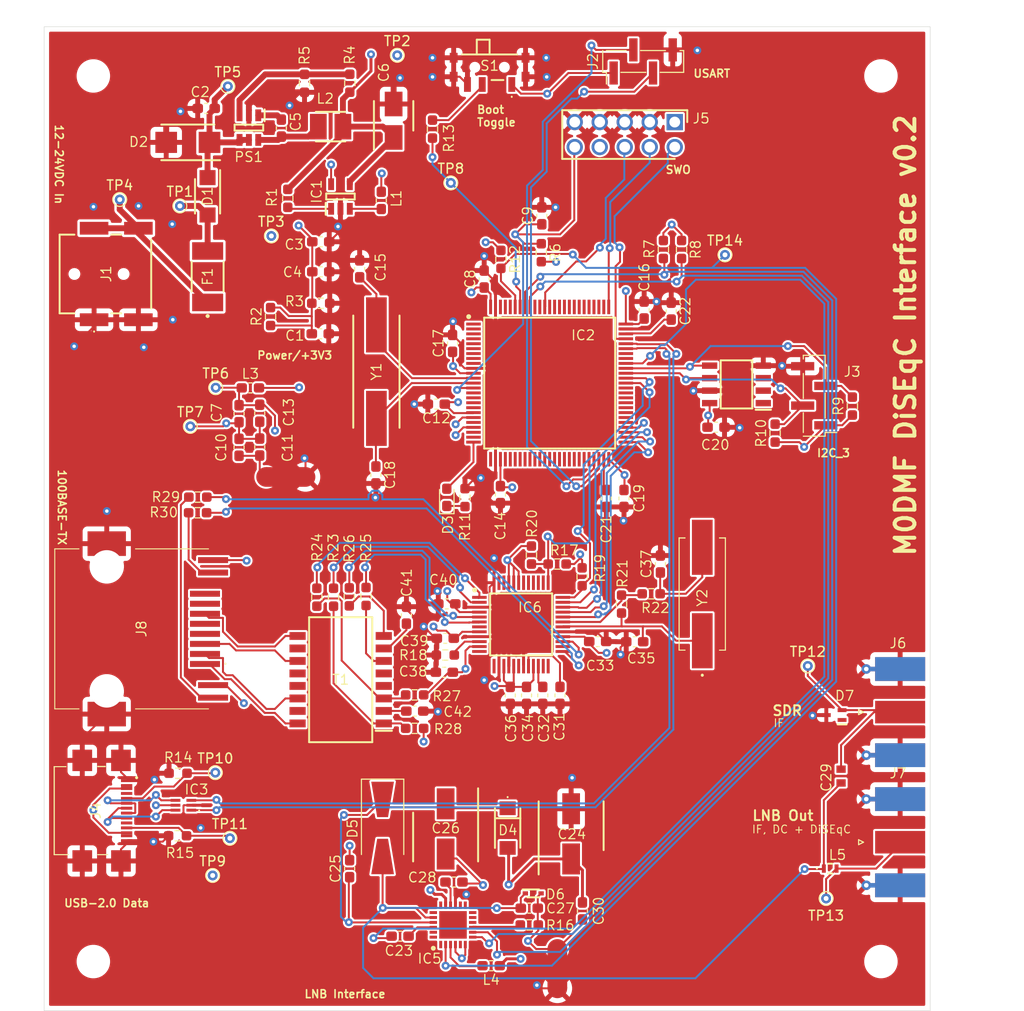
<source format=kicad_pcb>
(kicad_pcb (version 20241229) (generator "pcbnew") (generator_version "9.0")
  (layers (0 "F.Cu" signal) (4 "In1.Cu" signal) (6 "In2.Cu" signal) (2 "B.Cu" signal) (13 "F.Paste" user) (15 "B.Paste" user) (5 "F.SilkS" user "F.Silkscreen") (7 "B.SilkS" user "B.Silkscreen") (1 "F.Mask" user) (3 "B.Mask" user) (25 "Edge.Cuts" user))
  (net 0 "")
  (net 1 "GND")
  (net 2 "+3V3")
  (net 3 "/MCU/NRST")
  (net 4 "Net-(PS1-CB)")
  (net 5 "Net-(PS1-SW)")
  (net 6 "/MCU/TIM1_CH1_DSQ")
  (net 7 "+12V")
  (net 8 "/MCU/LED_STATUS")
  (net 9 "/MCU/W5500 Ethernet/SCSN")
  (net 10 "/MCU/W5500 Ethernet/SCLK")
  (net 11 "/MCU/W5500 Ethernet/MISO")
  (net 12 "/MCU/BOOT0")
  (net 13 "/MCU/I2C1_SDA")
  (net 14 "/MCU/I2C3_SCL")
  (net 15 "/MCU/W5500 Ethernet/W5500_RST")
  (net 16 "/MCU/USART3_RX")
  (net 17 "/MCU/LNBH26PQR/LNB_FLT")
  (net 18 "/MCU/SWCLK")
  (net 19 "/MCU/W5500 Ethernet/MOSI")
  (net 20 "/MCU/W5500 Ethernet/W5500_INT")
  (net 21 "/MCU/I2C3_SDA")
  (net 22 "/MCU/SWDIO")
  (net 23 "/MCU/I2C1_SCL")
  (net 24 "/MCU/SWO")
  (net 25 "/MCU/USART3_TX")
  (net 26 "VBUS")
  (net 27 "/MCU/W5500 Ethernet/RXP")
  (net 28 "/MCU/W5500 Ethernet/TXN")
  (net 29 "/MCU/W5500 Ethernet/RXN")
  (net 30 "/MCU/W5500 Ethernet/LNKLED")
  (net 31 "/MCU/W5500 Ethernet/ACTLED")
  (net 32 "/MCU/W5500 Ethernet/TXP")
  (net 37 "Net-(PS1-FB)")
  (net 38 "VIN_PROTECTED")
  (net 39 "VIN_RAW")
  (net 40 "+3V3_ANA")
  (net 41 "VSSA")
  (net 42 "USB_D-")
  (net 43 "USB_D+")
  (net 44 "IF_OUT")
  (net 45 "LNB_OUT")
  (net 46 "Net-(S1-COM)")
  (net 47 "VIN_FUSED")
  (net 48 "Net-(IC2-PH0)")
  (net 49 "Net-(IC2-PH1)")
  (net 50 "Net-(IC2-VCAP_1)")
  (net 51 "Net-(IC2-VCAP_2)")
  (net 52 "Net-(IC2-PA8)")
  (net 53 "Net-(D4-K)")
  (net 54 "Net-(D5-A)")
  (net 55 "Net-(IC5-BYP)")
  (net 56 "Net-(IC6-TOCAP)")
  (net 57 "Net-(IC6-1V2O)")
  (net 58 "Net-(IC6-XI{slash}CLKIN)")
  (net 59 "Net-(C37-Pad1)")
  (net 60 "Net-(T1-CT_2)")
  (net 61 "Net-(T1-CT_1)")
  (net 62 "Net-(D3-K)")
  (net 64 "Net-(IC1-EN)")
  (net 65 "Net-(IC1-PH)")
  (net 133 "unconnected-(IC5-DETIN-A-Pad19)")
  (net 134 "Net-(IC5-ISEL)")
  (net 141 "Net-(IC5-LX-A)")
  (net 150 "Net-(IC6-EXRES1)")
  (net 156 "Net-(IC6-XO)")
  (net 162 "/MCU/CC1")
  (net 163 "/MCU/CC2")
  (net 165 "TD+")
  (net 166 "TD-")
  (net 167 "RD+")
  (net 168 "RD-")
  (net 175 "TX+")
  (net 176 "RX-")
  (net 177 "TX-")
  (net 178 "RX+")
  (net 179 "USB_DP")
  (net 180 "USB_DN")
  (net 181 "Net-(C10-Pad2)")
  (net 182 "PGND")
  (net 184 "Net-(J8-K_2)")
  (net 185 "Net-(J8-K_1)")
  (footprint "Capacitor_SMD:C_0603_1608Metric_Pad1.08x0.95mm_HandSolder" (layer "F.Cu") (at 118.25 90.7)
    (property "Reference" "C20")
    (property "Value" "100n")
  )
  (footprint "Capacitor_SMD:C_0603_1608Metric_Pad1.08x0.95mm_HandSolder" (layer "F.Cu") (at 90.9 108.65 180)
    (property "Reference" "C40")
    (property "Value" "100n")
  )
  (footprint "Capacitor_SMD:C_0603_1608Metric_Pad1.08x0.95mm_HandSolder" (layer "F.Cu") (at 108.9 97.9375 -90)
    (property "Reference" "C19")
    (property "Value" "100n")
  )
  (footprint "diseqc_cntrl:0603DC27NXJRW" (layer "F.Cu") (at 129.845 135.55 -90)
    (property "Reference" "L5")
    (property "Value" "0603DC-27NXJRW" (hide yes))
  )
  (footprint "Resistor_SMD:R_0603_1608Metric_Pad0.98x0.95mm_HandSolder" (layer "F.Cu") (at 132.1 88.55 90)
    (property "Reference" "R9")
    (property "Value" "2k7")
  )
  (footprint "diseqc_cntrl:USB4110GFA" (layer "F.Cu") (at 54.702 129.665 -90)
    (property "Reference" "J4")
    (property "Value" "USB4110-GF-A" (hide yes))
  )
  (footprint "Capacitor_SMD:C_0603_1608Metric_Pad1.08x0.95mm_HandSolder" (layer "F.Cu") (at 74.1 60.3 -90)
    (property "Reference" "C5")
    (property "Value" "100n")
  )
  (footprint "Resistor_SMD:R_0603_1608Metric_Pad0.98x0.95mm_HandSolder" (layer "F.Cu") (at 81.05 55.7375 90)
    (property "Reference" "R4")
    (property "Value" "243k 1%")
  )
  (footprint "Resistor_SMD:R_0603_1608Metric_Pad0.98x0.95mm_HandSolder" (layer "F.Cu") (at 108.65 108.675 90)
    (property "Reference" "R21")
    (property "Value" "1M")
  )
  (footprint "diseqc_cntrl:SOT95P280X145-5N" (layer "F.Cu") (at 80.1 67.25 90)
    (property "Reference" "IC1")
    (property "Value" "TPS560200DBVR" (hide yes))
  )
  (footprint "Diode_SMD:D_SMA-SMB_Universal_Handsoldering" (layer "F.Cu") (at 84.380908 131.421565 -90)
    (property "Reference" "D5")
    (property "Value" "US1A")
  )
  (footprint "diseqc_cntrl:ABLS8000MHz20B3HT" (layer "F.Cu") (at 83.75 85.05 -90)
    (property "Reference" "Y1")
    (property "Value" "8MHZ" (hide yes))
  )
  (footprint "Resistor_SMD:R_0603_1608Metric_Pad0.98x0.95mm_HandSolder" (layer "F.Cu") (at 112.9 72.6375 -90)
    (property "Reference" "R7")
    (property "Value" "4k7")
  )
  (footprint "Resistor_SMD:R_0603_1608Metric_Pad0.98x0.95mm_HandSolder" (layer "F.Cu") (at 100.5 72.9625 -90)
    (property "Reference" "R6")
    (property "Value" "10k")
  )
  (footprint "Capacitor_SMD:C_0603_1608Metric_Pad1.08x0.95mm_HandSolder" (layer "F.Cu") (at 106.23125 112.48125)
    (property "Reference" "C33")
    (property "Value" "10u")
  )
  (footprint "Capacitor_SMD:C_0603_1608Metric_Pad1.08x0.95mm_HandSolder" (layer "F.Cu") (at 69.8 89.325 -90)
    (property "Reference" "C7")
    (property "Value" "1u")
  )
  (footprint "diseqc_cntrl:RASM742TRX" (layer "F.Cu") (at 56.225 75.125 90)
    (property "Reference" "J1")
    (property "Value" "Barrel Jack" (hide yes))
  )
  (footprint "Capacitor_SMD:C_0603_1608Metric_Pad1.08x0.95mm_HandSolder" (layer "F.Cu") (at 86.8 109.8 90)
    (property "Reference" "C41")
    (property "Value" "100n")
  )
  (footprint "TestPoint:TestPoint_THTPad_D1.0mm_Drill0.5mm" (layer "F.Cu") (at 85.87 52.9)
    (property "Reference" "TP2")
    (property "Value" "TP_+12V")
  )
  (footprint "diseqc_cntrl:PCM12SMTBR" (layer "F.Cu") (at 95.25 54.115 180)
    (property "Reference" "S1")
    (property "Value" "PCM12SMTBR" (hide yes))
  )
  (footprint "Connector_PinHeader_2.00mm:PinHeader_1x04_P2.00mm_Vertical_SMD_Pin1Left" (layer "F.Cu") (at 110.85 53.525 90)
    (property "Reference" "J2")
    (property "Value" "Conn_01x04_Pin")
  )
  (footprint "Resistor_SMD:R_0603_1608Metric_Pad0.98x0.95mm_HandSolder" (layer "F.Cu") (at 87.6375 117.9)
    (property "Reference" "R27")
    (property "Value" "49r9 1%")
  )
  (footprint "diseqc_cntrl:RJCSE538101" (layer "F.Cu") (at 59.12 111.19 -90)
    (property "Reference" "J8")
    (property "Value" "RJCSE538101" (hide yes))
  )
  (footprint "Capacitor_SMD:C_0603_1608Metric_Pad1.08x0.95mm_HandSolder" (layer "F.Cu") (at 78.05 81.2)
    (property "Reference" "C1")
    (property "Value" "10u")
  )
  (footprint "diseqc_cntrl:SOT95P280X145-6N" (layer "F.Cu") (at 70.8 60.25 -90)
    (property "Reference" "PS1")
    (property "Value" "TPS560430XDBVR" (hide yes))
  )
  (footprint "TestPoint:TestPoint_THTPad_D1.0mm_Drill0.5mm" (layer "F.Cu") (at 57.68 67.56)
    (property "Reference" "TP4")
    (property "Value" "TP_VIN_RAW")
  )
  (footprint "Capacitor_SMD:C_0603_1608Metric_Pad1.08x0.95mm_HandSolder" (layer "F.Cu") (at 83.7 95.55 -90)
    (property "Reference" "C18")
    (property "Value" "18p")
  )
  (footprint "Resistor_SMD:R_0603_1608Metric_Pad0.98x0.95mm_HandSolder" (layer "F.Cu") (at 104.65 105.9 -90)
    (property "Reference" "R19")
    (property "Value" "10k")
  )
  (footprint "diseqc_cntrl:MountingHole_3.2mm_M3" (layer "F.Cu") (at 55 145)
    (property "Reference" "MOUNT03" (hide yes))
    (property "Value" "MountingHole_3.2mm_M3")
  )
  (footprint "Resistor_SMD:R_0603_1608Metric_Pad0.98x0.95mm_HandSolder" (layer "F.Cu") (at 63.602 125.865 180)
    (property "Reference" "R14")
    (property "Value" "5k1")
  )
  (footprint "Resistor_SMD:R_0603_1608Metric_Pad0.98x0.95mm_HandSolder" (layer "F.Cu") (at 111.6625 107.625 180)
    (property "Reference" "R22")
    (property "Value" "0")
  )
  (footprint "Resistor_SMD:R_0603_1608Metric_Pad0.98x0.95mm_HandSolder" (layer "F.Cu") (at 92.75 97.85 90)
    (property "Reference" "R11")
    (property "Value" "1k5")
  )
  (footprint "Resistor_SMD:R_0603_1608Metric_Pad0.98x0.95mm_HandSolder" (layer "F.Cu") (at 82.7 107.9 90)
    (property "Reference" "R25")
    (property "Value" "33r")
  )
  (footprint "diseqc_cntrl:STTH2R02AY" (layer "F.Cu") (at 97.080908 131.436565 -90)
    (property "Reference" "D4")
    (property "Value" "STPS130A" (hide yes))
  )
  (footprint "diseqc_cntrl:HDRV10W64P254_2X5_1270X495X838P" (layer "F.Cu") (at 114.055 59.685 180)
    (property "Reference" "J5")
    (property "Value" "SWD" (hide yes))
  )
  (footprint "diseqc_cntrl:CAPAE400X550N" (layer "F.Cu") (at 85.5 59.55 90)
    (property "Reference" "C6")
    (property "Value" "10u 25V" (hide yes))
  )
  (footprint "Resistor_SMD:R_0603_1608Metric_Pad0.98x0.95mm_HandSolder" (layer "F.Cu") (at 78.1 78.1)
    (property "Reference" "R3")
    (property "Value" "20k 1%")
  )
  (footprint "Capacitor_SMD:C_0603_1608Metric_Pad1.08x0.95mm_HandSolder" (layer "F.Cu") (at 71.9 92.7125 -90)
    (property "Reference" "C11")
    (property "Value" "100n")
  )
  (footprint "diseqc_cntrl:INDPM3030X150N" (layer "F.Cu") (at 79.1 60.15)
    (property "Reference" "L2")
    (property "Value" "33u" (hide yes))
  )
  (footprint "Capacitor_SMD:C_0603_1608Metric_Pad1.08x0.95mm_HandSolder" (layer "F.Cu") (at 69.8 92.7375 -90)
    (property "Reference" "C10")
    (property "Value" "1u")
  )
  (footprint "diseqc_cntrl:1812L010DR" (layer "F.Cu") (at 66.61 75.4 90)
    (property "Reference" "F1")
    (property "Value" "1812L075_33DR" (hide yes))
  )
  (footprint "NetTie:NetTie-2_SMD_Pad2.0mm" (layer "F.Cu") (at 102.130908 145.721565 90)
    (property "Reference" "NT2" (hide yes))
    (property "Value" "NetTie_2" (hide yes))
  )
  (footprint "Capacitor_SMD:C_0603_1608Metric_Pad1.08x0.95mm_HandSolder" (layer "F.Cu") (at 82.05 74.6 90)
    (property "Reference" "C15")
    (property "Value" "18p")
  )
  (footprint "diseqc_cntrl:SODFL1608X70N" (layer "F.Cu") (at 99.680908 138.071565)
    (property "Reference" "D6")
    (property "Value" "BAT43XV2" (hide yes))
  )
  (footprint "diseqc_cntrl:CAPC1608X90N" (layer "F.Cu") (at 130.95 126.15 90)
    (property "Reference" "C29")
    (property "Value" "220p C0G(NP0)" (hide yes))
  )
  (footprint "diseqc_cntrl:SOT50P160X90-3N" (layer "F.Cu") (at 130.25 119.95 180)
    (property "Reference" "D7")
    (property "Value" "RCLAMP0502BATCT" (hide yes))
  )
  (footprint "diseqc_cntrl:SODFL4626X120N" (layer "F.Cu") (at 66.6 67.23 -90)
    (property "Reference" "D1")
    (property "Value" "SS14F-HF" (hide yes))
  )
  (footprint "Inductor_SMD:L_0603_1608Metric_Pad1.05x0.95mm_HandSolder" (layer "F.Cu") (at 84.25 67.65 90)
    (property "Reference" "L1")
    (property "Value" "10u")
  )
  (footprint "Resistor_SMD:R_0603_1608Metric_Pad0.98x0.95mm_HandSolder" (layer "F.Cu") (at 76.45 55.75 -90)
    (property "Reference" "R5")
    (property "Value" "22k1 1%")
  )
  (footprint "Connector_PinHeader_2.00mm:PinHeader_1x04_P2.00mm_Vertical_SMD_Pin1Left" (layer "F.Cu") (at 128.225 87.5 180)
    (property "Reference" "J3")
    (property "Value" "Conn_01x04_Pin")
  )
  (footprint "diseqc_cntrl:QFP50P1600X1600X160-100N" (layer "F.Cu") (at 101.35 86.212)
    (property "Reference" "IC2")
    (property "Value" "STM32F407VGT6" (hide yes))
  )
  (footprint "diseqc_cntrl:DIOM5436X244N" (layer "F.Cu") (at 64.6 61.75 180)
    (property "Reference" "D2")
    (property "Value" "SMBJ24D-M3_H" (hide yes))
  )
  (footprint "LED_SMD:LED_0603_1608Metric_Pad1.05x0.95mm_HandSolder" (layer "F.Cu") (at 90.9 97.825 90)
    (property "Reference" "D3")
    (property "Value" "LED_Small")
  )
  (footprint "Capacitor_SMD:C_0603_1608Metric_Pad1.08x0.95mm_HandSolder" (layer "F.Cu") (at 100.65 117.95 90)
    (property "Reference" "C32")
    (property "Value" "100n")
  )
  (footprint "TestPoint:TestPoint_THTPad_D1.0mm_Drill0.5mm" (layer "F.Cu") (at 64.85 90.61)
    (property "Reference" "TP7")
    (property "Value" "TP_VSSA")
  )
  (footprint "Resistor_SMD:R_0603_1608Metric_Pad0.98x0.95mm_HandSolder" (layer "F.Cu") (at 77.7 107.975 90)
    (property "Reference" "R24")
    (property "Value" "33r")
  )
  (footprint "Resistor_SMD:R_0603_1608Metric_Pad0.98x0.95mm_HandSolder" (layer "F.Cu") (at 96.4 73.6375 -90)
    (property "Reference" "R12")
    (property "Value" "4k7")
  )
  (footprint "Resistor_SMD:R_0603_1608Metric_Pad0.98x0.95mm_HandSolder" (layer "F.Cu") (at 74.75 67.4375 -90)
    (property "Reference" "R1")
    (property "Value" "100k")
  )
  (footprint "Resistor_SMD:R_0603_1608Metric_Pad0.98x0.95mm_HandSolder" (layer "F.Cu") (at 65.59 99.39 180)
    (property "Reference" "R30")
    (property "Value" "470r")
  )
  (footprint "diseqc_cntrl:MountingHole_3.2mm_M3" (layer "F.Cu") (at 135 55)
    (property "Reference" "MOUNT02" (hide yes))
    (property "Value" "MountingHole_3.2mm_M3")
  )
  (footprint "Resistor_SMD:R_0603_1608Metric_Pad0.98x0.95mm_HandSolder" (layer "F.Cu") (at 87.6375 121.3)
    (property "Reference" "R28")
    (property "Value" "49r9 1%")
  )
  (footprint "TestPoint:TestPoint_THTPad_D1.0mm_Drill0.5mm" (layer "F.Cu") (at 127.57 114.96)
    (property "Reference" "TP12")
    (property "Value" "TP_IF_OUT")
  )
  (footprint "TestPoint:TestPoint_THTPad_D1.0mm_Drill0.5mm" (layer "F.Cu") (at 63.79 68.21)
    (property "Reference" "TP1")
    (property "Value" "TP_VIN_FUSED")
  )
  (footprint "Capacitor_SMD:C_0603_1608Metric_Pad1.08x0.95mm_HandSolder" (layer "F.Cu") (at 90.65 115.6 180)
    (property "Reference" "C38")
    (property "Value" "100n")
  )
  (footprint "Resistor_SMD:R_0603_1608Metric_Pad0.98x0.95mm_HandSolder" (layer "F.Cu") (at 99.280908 141.271565 180)
    (property "Reference" "R16")
    (property "Value" "100k")
  )
  (footprint "Resistor_SMD:R_0603_1608Metric_Pad0.98x0.95mm_HandSolder" (layer "F.Cu") (at 65.61 97.8 180)
    (property "Reference" "R29")
    (property "Value" "470r")
  )
  (footprint "TestPoint:TestPoint_THTPad_D1.0mm_Drill0.5mm" (layer "F.Cu") (at 119.16 73.18)
    (property "Reference" "TP14")
    (property "Value" "TP_LNB_FLT")
  )
  (footprint "diseqc_cntrl:SOIC127P940X597-16N" (layer "F.Cu") (at 80.122 116.355 180)
    (property "Reference" "T1")
    (property "Value" "H1102NL" (hide yes))
  )
  (footprint "TestPoint:TestPoint_THTPad_D1.0mm_Drill0.5mm" (layer "F.Cu") (at 73.08 71.26)
    (property "Reference" "TP3")
    (property "Value" "TP_+3V3")
  )
  (footprint "TestPoint:TestPoint_THTPad_D1.0mm_Drill0.5mm" (layer "F.Cu") (at 68.87 132.47)
    (property "Reference" "TP11")
    (property "Value" "TP_CC2")
  )
  (footprint "Capacitor_SMD:C_0603_1608Metric_Pad1.08x0.95mm_HandSolder" (layer "F.Cu") (at 99.280908 139.571565)
    (property "Reference" "C27")
    (property "Value" "200n")
  )
  (footprint "Resistor_SMD:R_0603_1608Metric_Pad0.98x0.95mm_HandSolder" (layer "F.Cu") (at 79.4 107.975 90)
    (property "Reference" "R23")
    (property "Value" "33r")
  )
  (footprint "TestPoint:TestPoint_THTPad_D1.0mm_Drill0.5mm" (layer "F.Cu") (at 67.12 136.25)
    (property "Reference" "TP9")
    (property "Value" "TP_VBUS")
  )
  (footprint "Resistor_SMD:R_0603_1608Metric_Pad0.98x0.95mm_HandSolder" (layer "F.Cu") (at 89.45 60.4 90)
    (property "Reference" "R13")
    (property "Value" "10k")
  )
  (footprint "Connector_Coaxial:SMA_Molex_73251-1153_EdgeMount_Horizontal" (layer "F.Cu") (at 135.23 119.65 180)
    (property "Reference" "J6")
    (property "Value" "SMA_Sock")
  )
  (footprint "Capacitor_SMD:C_0603_1608Metric_Pad1.08x0.95mm_HandSolder" (layer "F.Cu") (at 99 117.95 -90)
    (property "Reference" "C34")
    (property "Value" "100n")
  )
  (footprint "Capacitor_SMD:C_0603_1608Metric_Pad1.08x0.95mm_HandSolder" (layer "F.Cu") (at 78.1 71.85)
    (property "Reference" "C3")
    (property "Value" "10u")
  )
  (footprint "Capacitor_SMD:C_0603_1608Metric_Pad1.08x0.95mm_HandSolder" (layer "F.Cu") (at 87.65 119.55)
    (property "Reference" "C42")
    (property "Value" "22n")
  )
  (footprint "Capacitor_SMD:C_0603_1608Metric_Pad1.08x0.95mm_HandSolder" (layer "F.Cu") (at 100.55 69.2125 90)
    (property "Reference" "C9")
    (property "Value" "100n")
  )
  (footprint "Capacitor_SMD:C_0603_1608Metric_Pad1.08x0.95mm_HandSolder" (layer "F.Cu") (at 97.35 117.95 -90)
    (property "Reference" "C36")
    (property "Value" "100n")
  )
  (footprint "Capacitor_SMD:C_0603_1608Metric_Pad1.08x0.95mm_HandSolder" (layer "F.Cu") (at 94.7 75.6375 90)
    (property "Reference" "C8")
    (property "Value" "4.7u")
  )
  (footprint "Capacitor_SMD:C_0603_1608Metric_Pad1.08x0.95mm_HandSolder" (layer "F.Cu") (at 110.95 78.7875 90)
    (property "Reference" "C16")
    (property "Value" "100n")
  )
  (footprint "TestPoint:TestPoint_THTPad_D1.0mm_Drill0.5mm" (layer "F.Cu") (at 91.31 65.87)
    (property "Reference" "TP8")
    (property "Value" "TP_BOOT0")
  )
  (footprint "Capacitor_SMD:C_0603_1608Metric_Pad1.08x0.95mm_HandSolder" (layer "F.Cu") (at 107.1 97.9375 -90)
    (property "Reference" "C21")
    (property "Value" "2.2u")
  )
  (footprint "Capacitor_SMD:C_0603_1608Metric_Pad1.08x0.95mm_HandSolder" (layer "F.Cu") (at 91.630908 136.921565 180)
    (property "Reference" "C28")
    (property "Value" "220n")
  )
  (footprint "diseqc_cntrl:SOIC127P602X173-8N" (layer "F.Cu") (at 120.325 86.345 180)
    (property "Reference" "IC4" (hide yes))
    (property "Value" "FM24CL16B-GTR" (hide yes))
  )
  (footprint "Connector_Coaxial:SMA_Molex_73251-1153_EdgeMount_Horizontal" (layer "F.Cu") (at 135.23 132.87 180)
    (property "Reference" "J7")
    (property "Value" "SMA_Sock")
  )
  (footprint "Resistor_SMD:R_0603_1608Metric_Pad0.98x0.95mm_HandSolder" (layer "F.Cu") (at 114.75 72.6375 -90)
    (property "Reference" "R8")
    (property "Value" "4k7")
  )
  (footprint "Capacitor_SMD:C_0603_1608Metric_Pad1.08x0.95mm_HandSolder" (layer "F.Cu") (at 66.4625 58.3 180)
    (property "Reference" "C2")
    (property "Value" "2.2u")
  )
  (footprint "Capacitor_SMD:C_0603_1608Metric_Pad1.08x0.95mm_HandSolder" (layer "F.Cu") (at 112.6 104.6 90)
    (property "Reference" "C37")
    (property "Value" "18p")
  )
  (footprint "diseqc_cntrl:CAPAE660X770N" (layer "F.Cu") (at 103.530908 132.021565 90)
    (property "Reference" "C24")
    (property "Value" "100u" (hide yes))
  )
  (footprint "Resistor_SMD:R_0603_1608Metric_Pad0.98x0.95mm_HandSolder" (layer "F.Cu") (at 124.25 91.3 90)
    (property "Reference" "R10")
    (property "Value" "2k7")
  )
  (footprint "Capacitor_SMD:C_0603_1608Metric_Pad1.08x0.95mm_HandSolder" (layer "F.Cu") (at 89.8375 88.35 180)
    (property "Reference" "C12")
    (property "Value" "100n")
  )
  (footprint "Capacitor_SMD:C_0603_1608Metric_Pad1.08x0.95mm_HandSolder" (layer "F.Cu") (at 102.4 117.95 90)
    (property "Reference" "C31")
    (property "Value" "4.7u")
  )
  (footprint "Resistor_SMD:R_0603_1608Metric_Pad0.98x0.95mm_HandSolder" (layer "F.Cu") (at 73 79.45 90)
    (property "Reference" "R2")
    (property "Value" "61k9 1%")
  )
  (footprint "Resistor_SMD:R_0603_1608Metric_Pad0.98x0.95mm_HandSolder" (layer "F.Cu") (at 90.75 113.85 180)
    (property "Reference" "R18")
    (property "Value" "12k4 1%")
  )
  (footprint "Resistor_SMD:R_0603_1608Metric_Pad0.98x0.95mm_HandSolder" (layer "F.Cu") (at 63.552 132.215 180)
    (property "Reference" "R15")
    (property "Value" "5k1")
  )
  (footprint "diseqc_cntrl:USBLC62P6" (layer "F.Cu") (at 64.147 129.115 90)
    (property "Reference" "IC3")
    (property "Value" "USBLC6-2P6" (hide yes))
  )
  (footprint "Capacitor_SMD:C_0603_1608Metric_Pad1.08x0.95mm_HandSolder" (layer "F.Cu") (at 86.155908 142.421565)
    (property "Reference" "C23")
    (property "Value" "1n")
  )
  (footprint "Resistor_SMD:R_0603_1608Metric_Pad0.98x0.95mm_HandSolder" (layer "F.Cu") (at 81 107.9375 90)
    (property "Reference" "R26")
    (property "Value" "33r")
  )
  (footprint "Inductor_SMD:L_0603_1608Metric_Pad1.05x0.95mm_HandSolder" (layer "F.Cu") (at 70.95 86.7)
    (property "Reference" "L3")
    (property "Value" "39n")
  )
  (footprint "Capacitor_SMD:C_0603_1608Metric_Pad1.08x0.95mm_HandSolder" (layer "F.Cu") (at 109.9875 112.5 180)
    (property "Reference" "C35")
    (property "Value" "18p")
  )
  (footprint "diseqc_cntrl:ABLS25000MHZDFT" (layer "F.Cu") (at 116.85 107.65 90)
    (property "Reference" "Y2")
    (property "Value" "25MHZ" (hide yes))
  )
  (footprint "TestPoint:TestPoint_THTPad_D1.0mm_Drill0.5mm" (layer "F.Cu") (at 129.43 138.59)
    (property "Reference" "TP13")
    (property "Value" "TP_LNB_OUT")
  )
  (footprint "Resistor_SMD:R_0603_1608Metric_Pad0.98x0.95mm_HandSolder" (layer "F.Cu") (at 99.5 103.6875 -90)
    (property "Reference" "R20")
    (property "Value" "4k7")
  )
  (footprint "Capacitor_SMD:C_0603_1608Metric_Pad1.08x0.95mm_HandSolder" (layer "F.Cu") (at 113.7 78.9 -90)
    (property "Reference" "C22")
    (property "Value" "2.2u")
  )
  (footprint "diseqc_cntrl:MountingHole_3.2mm_M3" (layer "F.Cu") (at 135 145)
    (property "Reference" "MOUNT04" (hide yes))
    (property "Value" "MountingHole_3.2mm_M3")
  )
  (footprint "Capacitor_SMD:C_0603_1608Metric_Pad1.08x0.95mm_HandSolder" (layer "F.Cu") (at 71.9 89.275 -90)
    (property "Reference" "C13")
    (property "Value" "10n")
  )
  (footprint "Capacitor_SMD:C_0603_1608Metric_Pad1.08x0.95mm_HandSolder" (layer "F.Cu") (at 90.75 112.15 180)
    (property "Reference" "C39")
    (property "Value" "100n")
  )
  (footprint "TestPoint:TestPoint_THTPad_D1.0mm_Drill0.5mm" (layer "F.Cu") (at 67.39 125.8)
    (property "Reference" "TP10")
    (property "Value" "TP_CC1")
  )
  (footprint "Capacitor_SMD:C_0603_1608Metric_Pad1.08x0.95mm_HandSolder" (layer "F.Cu") (at 81.030908 135.559065 90)
    (property "Reference" "C25")
    (property "Value" "2.2u")
  )
  (footprint "Resistor_SMD:R_0603_1608Metric_Pad0.98x0.95mm_HandSolder" (layer "F.Cu") (at 102.1125 104.6 180)
    (property "Reference" "R17")
    (property "Value" "10k")
  )
  (footprint "TestPoint:TestPoint_THTPad_D1.0mm_Drill0.5mm" (layer "F.Cu") (at 68.66 56.06)
    (property "Reference" "TP5")
    (property "Value" "TP_VIN_PROTECT")
  )
  (footprint "NetTie:NetTie-2_SMD_Pad2.0mm" (layer "F.Cu") (at 74.55 95.75)
    (property "Reference" "NT1" (hide yes))
    (property "Value" "NetTie_2" (hide yes))
  )
  (footprint "diseqc_cntrl:QFP50P900X900X160-48N" (layer "F.Cu") (at 98.45 110.738)
    (property "Reference" "IC6")
    (property "Value" "W5500" (hide yes))
  )
  (footprint "Capacitor_SMD:C_0603_1608Metric_Pad1.08x0.95mm_HandSolder" (layer "F.Cu") (at 104.680908 139.859065 90)
    (property "Reference" "C30")
    (property "Value" "220n")
  )
  (footprint "diseqc_cntrl:MountingHole_3.2mm_M3" (layer "F.Cu") (at 55 55)
    (property "Reference" "MOUNT01" (hide yes))
    (property "Value" "MountingHole_3.2mm_M3")
  )
  (footprint "diseqc_cntrl:QFN50P400X400X100-25N-D" (layer "F.Cu") (at 91.530908 141.271565 90)
    (property "Reference" "IC5")
    (property "Value" "LNBH26PQR" (hide yes))
  )
  (footprint "Capacitor_SMD:C_0603_1608Metric_Pad1.08x0.95mm_HandSolder" (layer "F.Cu") (at 96.35 97.55 -90)
    (property "Reference" "C14")
    (property "Value" "100n")
  )
  (footprint "TestPoint:TestPoint_THTPad_D1.0mm_Drill0.5mm" (layer "F.Cu") (at 67.43 86.68)
    (property "Reference" "TP6")
    (property "Value" "TP_3V3_ANA")
  )
  (footprint "Inductor_SMD:L_0603_1608Metric_Pad1.05x0.95mm_HandSolder" (layer "F.Cu") (at 95.405908 145.421565 180)
    (property "Reference" "L4")
    (property "Value" "10u")
  )
  (footprint "Capacitor_SMD:C_0603_1608Metric_Pad1.08x0.95mm_HandSolder" (layer "F.Cu") (at 91.488 82.1755 90)
    (property "Reference" "C17")
    (property "Value" "100n")
  )
  (footprint "Capacitor_SMD:C_0603_1608Metric_Pad1.08x0.95mm_HandSolder" (layer "F.Cu") (at 78.1 74.9)
    (property "Reference" "C4")
    (property "Value" "1u")
  )
  (footprint "diseqc_cntrl:CAPAE660X770N" (layer "F.Cu") (at 90.780908 131.521565 -90)
    (property "Reference" "C26")
    (property "Value" "100u" (hide yes))
  )
  (gr_rect (start 50 50) (end 140 150) (stroke (width 0.05)) (fill no) (layer "Edge.Cuts"))
  (gr_text "M0DMF DiSEqC Interface v0.2" (at 138.66 104 90) (layer "F.SilkS") (effects (font (size 2 2) (thickness 0.4) (bold yes)) (justify left bottom)))
  (gr_text "100BASE-TX" (at 51.34 94.92 270) (layer "F.SilkS") (effects (font (size 0.8 0.8) (thickness 0.16) (bold yes)) (justify left bottom)))
  (gr_text "IF" (at 124.03 121.23 0) (layer "F.SilkS") (effects (font (size 0.8 0.8) (thickness 0.1)) (justify left bottom)))
  (gr_text "Power/+3V3" (at 71.56 83.86 0) (layer "F.SilkS") (effects (font (size 0.8 0.8) (thickness 0.16) (bold yes)) (justify left bottom)))
  (gr_text "SWO" (at 113.05 65 0) (layer "F.SilkS") (effects (font (size 0.8 0.8) (thickness 0.16) (bold yes)) (justify left bottom)))
  (gr_text "USB-2.0 Data" (at 51.95 139.53 0) (layer "F.SilkS") (effects (font (size 0.8 0.8) (thickness 0.16) (bold yes)) (justify left bottom)))
  (gr_text "LNB Interface" (at 76.36 148.77 0) (layer "F.SilkS") (effects (font (size 0.8 0.8) (thickness 0.16) (bold yes)) (justify left bottom)))
  (gr_text "IF, DC + DiSEqC" (at 121.84 132.03 0) (layer "F.SilkS") (effects (font (size 0.8 0.8) (thickness 0.1)) (justify left bottom)))
  (gr_text "SDR" (at 123.88 120.09 0) (layer "F.SilkS") (effects (font (size 1 1) (thickness 0.2) (bold yes)) (justify left bottom)))
  (gr_text "USART" (at 115.87 55.22 0) (layer "F.SilkS") (effects (font (size 0.8 0.8) (thickness 0.16) (bold yes)) (justify left bottom)))
  (gr_text "12-24VDC In" (at 51.04 59.86 270) (layer "F.SilkS") (effects (font (size 0.8 0.8) (thickness 0.16) (bold yes)) (justify left bottom)))
  (gr_text "LNB Out" (at 121.84 130.75 0) (layer "F.SilkS") (effects (font (size 1 1) (thickness 0.2) (bold yes)) (justify left bottom)))
  (gr_text "Boot\nToggle" (at 93.89 60.18 0) (layer "F.SilkS") (effects (font (size 0.8 0.8) (thickness 0.16) (bold yes)) (justify left bottom)))
  (gr_text "I2C_3" (at 128.42 93.79 0) (layer "F.SilkS") (effects (font (size 0.8 0.8) (thickness 0.16) (bold yes)) (justify left bottom)))
  (segment (start 95.2505 109.037) (end 95.2015 108.988) (width 0.2) (layer "F.Cu") (net 1))
  (segment (start 97.249 114.927) (end 97.249 113.9375) (width 0.2) (layer "F.Cu") (net 1))
  (segment (start 62.6895 125.865) (end 61.852 125.865) (width 0.2) (layer "F.Cu") (net 1))
  (segment (start 89.7875 113.9) (end 89.8375 113.85) (width 0.2) (layer "F.Cu") (net 1))
  (segment (start 101.05 55.1) (end 101.03 55.08) (width 0.2) (layer "F.Cu") (net 1))
  (segment (start 94.7 74.775) (end 94.7 73.3) (width 0.2) (layer "F.Cu") (net 1))
  (segment (start 53.875 124.555) (end 57.805 124.555) (width 0.2) (layer "F.Cu") (net 1))
  (segment (start 95.7 104) (end 95.7 106.5) (width 0.2) (layer "F.Cu") (net 1))
  (segment (start 94.7 116.941364) (end 96.571136 118.8125) (width 0.2) (layer "F.Cu") (net 1))
  (segment (start 95.975 98.675) (end 94.35 97.05) (width 0.2) (layer "F.Cu") (net 1))
  (segment (start 108.55 113.8) (end 108.55 113.075) (width 0.2) (layer "F.Cu") (net 1))
  (segment (start 58.38 126.315) (end 58.58 126.515) (width 0.2) (layer "F.Cu") (net 1))
  (segment (start 92.708366 84.712) (end 92.264 84.267634) (width 0.2) (layer "F.Cu") (net 1))
  (segment (start 103.630908 126.321565) (end 103.530908 126.421565) (width 0.2) (layer "F.Cu") (net 1))
  (segment (start 96.35 98.675) (end 95.975 98.675) (width 0.2) (layer "F.Cu") (net 1))
  (segment (start 98.6635 113.95) (end 98.7 113.9865) (width 0.2) (layer "F.Cu") (net 1))
  (segment (start 64.156 130.066) (end 65.505 131.415) (width 0.2) (layer "F.Cu") (net 1))
  (segment (start 94.35 95.85) (end 95.25 95.85) (width 0.2) (layer "F.Cu") (net 1))
  (segment (start 62.0395 132.815) (end 62.6395 132.215) (width 0.2) (layer "F.Cu") (net 1))
  (segment (start 108.85 98.85) (end 108.9 98.8) (width 0.2) (layer "F.Cu") (net 1))
  (segment (start 95.2505 111.939) (end 95.2505 110.75) (width 0.2) (layer "F.Cu") (net 1))
  (segment (start 83.65 97.85) (end 83.65 96.4625) (width 0.2) (layer "F.Cu") (net 1))
  (segment (start 57.805 133.59) (end 58.38 133.015) (width 0.2) (layer "F.Cu") (net 1))
  (segment (start 94.212 111.988) (end 95.2015 111.988) (width 0.2) (layer "F.Cu") (net 1))
  (segment (start 98.7 113.9865) (end 98.7 114.976) (width 0.2) (layer "F.Cu") (net 1))
  (segment (start 96.275 98.75) (end 96.35 98.675) (width 0.2) (layer "F.Cu") (net 1))
  (segment (start 120.65 90.75) (end 119.1625 90.75) (width 0.2) (layer "F.Cu") (net 1))
  (segment (start 95.2505 110.75) (end 95.2505 109.037) (width 0.2) (layer "F.Cu") (net 1))
  (segment (start 63.065 79.775) (end 63.07 79.77) (width 0.2) (layer "F.Cu") (net 1))
  (segment (start 76.45 56.6625) (end 75.7875 56.6625) (width 0.2) (layer "F.Cu") (net 1))
  (segment (start 96.25 114.926) (end 96.2 114.976) (width 0.2) (layer "F.Cu") (net 1))
  (segment (start 64.205 129.115) (end 64.156 129.164) (width 0.2) (layer "F.Cu") (net 1))
  (segment (start 97.249 113.9375) (end 96.249 113.9375) (width 0.2) (layer "F.Cu") (net 1))
  (segment (start 55.075 79.775) (end 55.075 80.45) (width 0.2) (layer "F.Cu") (net 1))
  (segment (start 83.65 96.4625) (end 83.7 96.4125) (width 0.2) (layer "F.Cu") (net 1))
  (segment (start 86.8 108.9375) (end 86.8 109.200003) (width 0.2) (layer "F.Cu") (net 1))
  (segment (start 95.2015 111.988) (end 95.2505 111.939) (width 0.2) (layer "F.Cu") (net 1))
  (segment (start 95.85 78.474) (end 95.85 75.925) (width 0.2) (layer "F.Cu") (net 1))
  (segment (start 98.651 113.9375) (end 98.651 113.95) (width 0.2) (layer "F.Cu") (net 1))
  (segment (start 76.55 95.75) (end 76.55 93.95) (width 0.2) (layer "F.Cu") (net 1))
  (segment (start 55.075 80.45) (end 53.05 82.475) (width 0.2) (layer "F.Cu") (net 1))
  (segment (start 106.1005 111.488) (end 107.09375 112.48125) (width 0.2) (layer "F.Cu") (net 1))
  (segment (start 75.7875 56.6625) (end 74.93 57.52) (width 0.6) (layer "F.Cu") (net 1))
  (segment (start 101.03 55.08) (end 98.9 55.08) (width 0.2) (layer "F.Cu") (net 1))
  (segment (start 129.4 120) (end 129.45 119.95) (width 0.2) (layer "F.Cu") (net 1))
  (segment (start 95.2015 108.988) (end 94.212 108.988) (width 0.2) (layer "F.Cu") (net 1))
  (segment (start 95.7 106.5) (end 95.25 106.95) (width 0.2) (layer "F.Cu") (net 1))
  (segment (start 79.85 70.3) (end 82.05 72.5) (width 0.2) (layer "F.Cu") (net 1))
  (segment (start 123.06 84.45) (end 123.05 84.44) (width 0.2) (layer "F.Cu") (net 1))
  (segment (start 59.575 79.775) (end 63.065 79.775) (width 0.2) (layer "F.Cu") (net 1))
  (segment (start 55.075 79.775) (end 59.575 79.775) (width 0.2) (layer "F.Cu") (net 1))
  (segment (start 74.93 57.52) (end 74.93 58) (width 0.6) (layer "F.Cu") (net 1))
  (segment (start 91.780908 139.271565) (end 91.780908 138.644565) (width 0.2) (layer "F.Cu") (net 1))
  (segment (start 108.85 100.2) (end 108.85 98.85) (width 0.2) (layer "F.Cu") (net 1))
  (segment (start 89.949997 107.35) (end 89.9375 107.362497) (width 0.2) (layer "F.Cu") (net 1))
  (segment (start 70.8 59) (end 70.8 58.448) (width 0.2) (layer "F.Cu") (net 1))
  (segment (start 92.264 82.089) (end 91.488 81.313) (width 0.2) (layer "F.Cu") (net 1))
  (segment (start 122.5995 84.44) (end 123.05 84.44) (width 0.2) (layer "F.Cu") (net 1))
  (segment (start 57.805 125.74) (end 58.38 126.315) (width 0.2) (layer "F.Cu") (net 1))
  (segment (start 91.780908 138.644565) (end 92.253908 138.171565) (width 0.2) (layer "F.Cu") (net 1))
  (segment (start 112.2 79.705634) (end 111.193634 80.712) (width 0.2) (layer "F.Cu") (net 1))
  (segment (start 53.875 124.555) (end 53.875 122.335) (width 0.2) (layer "F.Cu") (net 1))
  (segment (start 100.55 68.35) (end 101.95 68.35) (width 0.2) (layer "F.Cu") (net 1))
  (segment (start 89.95 119.55) (end 90 119.6) (width 0.2) (layer "F.Cu") (net 1))
  (segment (start 112.2 77.925) (end 110.95 77.925) (width 0.2) (layer "F.Cu") (net 1))
  (segment (start 78.9625 71.85) (end 78.9625 74.9) (width 0.2) (layer "F.Cu") (net 1))
  (segment (start 98.651 113.95) (end 98.6635 113.95) (width 0.2) (layer "F.Cu") (net 1))
  (segment (start 93.8 95.85) (end 94.35 95.85) (width 0.2) (layer "F.Cu") (net 1))
  (segment (start 79.85 70.9625) (end 78.9625 71.85) (width 0.2) (layer "F.Cu") (net 1))
  (segment (start 99 118.8125) (end 100.65 118.8125) (width 0.2) (layer "F.Cu") (net 1))
  (segment (start 92.264 84.267634) (end 92.264 83.4) (width 0.2) (layer "F.Cu") (net 1))
  (segment (start 102.4 118.8125) (end 100.65 118.8125) (width 0.2) (layer "F.Cu") (net 1))
  (segment (start 108.85 100.2) (end 111.45 100.2) (width 0.2) (layer "F.Cu") (net 1))
  (segment (start 117.6 86.98) (end 115.97 86.98) (width 0.2) (layer "F.Cu") (net 1))
  (segment (start 86.8 109.200003) (end 88.549997 110.95) (width 0.2) (layer "F.Cu") (net 1))
  (segment (start 78.9625 78.05) (end 79.0125 78.1) (width 0.2) (layer "F.Cu") (net 1))
  (segment (start 70.8 58.448) (end 70.8 57.9) (width 0.6) (layer "F.Cu") (net 1))
  (segment (start 108.5 100.2) (end 108.85 100.2) (width 0.2) (layer "F.Cu") (net 1))
  (segment (start 112.2 77.925) (end 112.2 79.705634) (width 0.2) (layer "F.Cu") (net 1))
  (segment (start 56.36 99.23) (end 56.37 99.22) (width 0.2) (layer "F.Cu") (net 1))
  (segment (start 65.6 58.3) (end 64.15 58.3) (width 0.2) (layer "F.Cu") (net 1))
  (segment (start 96.249 113.9375) (end 96.2 113.9865) (width 0.2) (layer "F.Cu") (net 1))
  (segment (start 97.2 114.976) (end 97.249 114.927) (width 0.2) (layer "F.Cu") (net 1))
  (segment (start 92.75 96.9375) (end 92.75 96.9) (width 0.2) (layer "F.Cu") (net 1))
  (segment (start 93.612 84.712) (end 92.708366 84.712) (width 0.2) (layer "F.Cu") (net 1))
  (segment (start 80.1 70.05) (end 79.85 70.3) (width 0.2) (layer "F.Cu") (net 1))
  (segment (start 64.15 58.3) (end 63.85 58.6) (width 0.2) (layer "F.Cu") (net 1))
  (segment (start 96.571136 118.8125) (end 97.35 118.8125) (width 0.2) (layer "F.Cu") (net 1))
  (segment (start 102.688 111.488) (end 106.1005 111.488) (width 0.2) (layer "F.Cu") (net 1))
  (segment (start 95.25 109.0365) (end 95.2505 109.037) (width 0.2) (layer "F.Cu") (net 1))
  (segment (start 85.5 55.85) (end 86.15 55.2) (width 0.6) (layer "F.Cu") (net 1))
  (segment (start 57.805 124.555) (end 57.805 125.74) (width 0.2) (layer "F.Cu") (net 1))
  (segment (start 78.9625 74.9) (end 78.9625 78.05) (width 0.2) (layer "F.Cu") (net 1))
  (segment (start 113.5875 77.925) (end 113.7 78.0375) (width 0.2) (layer "F.Cu") (net 1))
  (segment (start 80.1 68.5) (end 80.1 70.05) (width 0.2) (layer "F.Cu") (net 1))
  (segment (start 57.805 134.775) (end 57.805 133.59) (width 0.2) (layer "F.Cu") (net 1))
  (segment (start 112.5 101.25) (end 112.6 101.35) (width 0.2) (layer "F.Cu") (net 1))
  (segment (start 111.193634 80.712) (end 109.088 80.712) (width 0.2) (layer "F.Cu") (net 1))
  (segment (start 98.9 53.15) (end 101 53.15) (width 0.2) (layer "F.Cu") (net 1))
  (segment (start 58.58 126.515) (end 61.202 126.515) (width 0.2) (layer "F.Cu") (net 1))
  (segment (start 92.253908 138.171565) (end 92.880908 138.171565) (width 0.2) (layer "F.Cu") (net 1))
  (segment (start 107.09375 112.48125) (end 109.10625 112.48125) (width 0.2) (layer "F.Cu") (net 1))
  (segment (start 61.852 125.865) (end 61.202 126.515) (width 0.2) (layer "F.Cu") (net 1))
  (segment (start 112.6 101.35) (end 112.6 103.7375) (width 0.2) (layer "F.Cu") (net 1))
  (segment (start 76.55 93.95) (end 76.45 93.85) (width 0.2) (layer "F.Cu") (net 1))
  (segment (start 65.6 58.55) (end 65.6 58.3) (width 0.2) (layer "F.Cu") (net 1))
  (segment (start 64.156 129.164) (end 64.156 130.066) (width 0.2) (layer "F.Cu") (net 1))
  (segment (start 108.55 113.075) (end 109.125 112.5) (width 0.2) (layer "F.Cu") (net 1))
  (segment (start 125 84.5) (end 127.05 84.5) (width 0.2) (layer "F.Cu") (net 1))
  (segment (start 95.25 95.85) (end 95.85 95.25) (width 0.2) (layer "F.Cu") (net 1))
  (segment (start 91.488 81.313) (end 91.488 79.988) (width 0.2) (layer "F.Cu") (net 1))
  (segment (start 88.549997 110.95) (end 89.749997 112.15) (width 0.2) (layer "F.Cu") (net 1))
  (segment (start 95.8665 116.299) (end 94.801 116.299) (width 0.2) (layer "F.Cu") (net 1))
  (segment (start 89.8375 112.2) (end 89.8875 112.15) (width 0.2) (layer "F.Cu") (net 1))
  (segment (start 113.85 52.35) (end 116.3 52.35) (width 0.2) (layer "F.Cu") (net 1))
  (segment (start 61.002 132.715) (end 61.102 132.815) (width 0.2) (layer "F.Cu") (net 1))
  (segment (start 62.4 60.05) (end 63.85 58.6) (width 0.6) (layer "F.Cu") (net 1))
  (segment (start 88.5125 119.55) (end 89.95 119.55) (width 0.2) (layer "F.Cu") (net 1))
  (segment (start 89.45 53.15) (end 91.6 53.15) (width 0.2) (layer "F.Cu") (net 1))
  (segment (start 111.45 100.2) (end 112.5 101.25) (width 0.2) (layer "F.Cu") (net 1))
  (segment (start 100.371565 147.721565) (end 102.130908 147.721565) (width 0.2) (layer "F.Cu") (net 1))
  (segment (start 109.10625 112.48125) (end 109.125 112.5) (width 0.2) (layer "F.Cu") (net 1))
  (segment (start 119.1625 90.75) (end 119.1125 90.7) (width 0.2) (layer "F.Cu") (net 1))
  (segment (start 95.25 106.95) (end 95.25 109.0365) (width 0.2) (layer "F.Cu") (net 1))
  (segment (start 115.97 86.98) (end 115.95 87) (width 0.2) (layer "F.Cu") (net 1))
  (segment (start 124.95 84.45) (end 125 84.5) (width 0.2) (layer "F.Cu") (net 1))
  (segment (start 56.36 102.53) (end 56.36 99.23) (width 0.2) (layer "F.Cu") (net 1))
  (segment (start 89.8375 113.85) (end 89.8375 112.2) (width 0.2) (layer "F.Cu") (net 1))
  (segment (start 89.47 55.08) (end 91.6 55.08) (width 0.2) (layer "F.Cu") (net 1))
  (segment (start 53.875 122.335) (end 56.36 119.85) (width 0.2) (layer "F.Cu") (net 1))
  (segment (start 92.264 83.567634) (end 92.264 82.089) (width 0.2) (layer "F.Cu") (net 1))
  (segment (start 72.0375 56.6625) (end 76.45 56.6625) (width 0.6) (layer "F.Cu") (net 1))
  (segment (start 95.85 75.925) (end 94.7 74.775) (width 0.2) (layer "F.Cu") (net 1))
  (segment (start 79.85 70.3) (end 79.85 70.9625) (width 0.2) (layer "F.Cu") (net 1))
  (segment (start 65.505 131.415) (end 65.902 131.415) (width 0.2) (layer "F.Cu") (net 1))
  (segment (start 82.05 72.5) (end 82.05 73.7375) (width 0.2) (layer "F.Cu") (net 1))
  (segment (start 100.05 147.4) (end 100.371565 147.721565) (width 0.2) (layer "F.Cu") (net 1))
  (segment (start 79.0125 81.1) (end 78.9125 81.2) (width 0.2) (layer "F.Cu") (net 1))
  (segment (start 96.2 115.9655) (end 95.8665 116.299) (width 0.2) (layer "F.Cu") (net 1))
  (segment (start 96.2 113.9865) (end 96.2 114.976) (width 0.2) (layer "F.Cu") (net 1))
  (segment (start 92.215 55.08) (end 93 55.865) (width 0.2) (layer "F.Cu") (net 1))
  (segment (start 79.0125 78.1) (end 79.0125 81.1) (width 0.2) (layer "F.Cu") (net 1))
  (segment (start 94.35 97.05) (end 94.35 95.85) (width 0.2) (layer "F.Cu") (net 1))
  (segment (start 87.6 88.35) (end 88.975 88.35) (width 0.2) (layer "F.Cu") (net 1))
  (segment (start 61.102 132.815) (end 62.0395 132.815) (width 0.2) (layer "F.Cu") (net 1))
  (segment (start 94.801 116.299) (end 94.7 116.4) (width 0.2) (layer "F.Cu") (net 1))
  (segment (start 107.1 98.8) (end 108.9 98.8) (width 0.2) (layer "F.Cu") (net 1))
  (segment (start 103.530908 126.421565) (end 103.530908 129.471565) (width 0.2) (layer "F.Cu") (net 1))
  (segment (start 64.952 129.115) (end 64.205 129.115) (width 0.2) (layer "F.Cu") (net 1))
  (segment (start 89.749997 112.15) (end 89.8875 112.15) (width 0.2) (layer "F.Cu") (net 1))
  (segment (start 96.2 114.976) (end 96.2 115.9655) (width 0.2) (layer "F.Cu") (net 1))
  (segment (start 108.85 100.2) (end 108.95 100.1) (width 0.2) (layer "F.Cu") (net 1))
  (segment (start 95.85 95.25) (end 95.85 93.95) (width 0.2) (layer "F.Cu") (net 1))
  (segment (start 53.875 134.775) (end 57.805 134.775) (width 0.2) (layer "F.Cu") (net 1))
  (segment (start 124.95 84.45) (end 123.06 84.45) (width 0.2) (layer "F.Cu") (net 1))
  (segment (start 89.7875 115.6) (end 89.7875 113.9) (width 0.2) (layer "F.Cu") (net 1))
  (segment (start 85.5 57.85) (end 85.5 55.85) (width 0.6) (layer "F.Cu") (net 1))
  (segment (start 128.05 120) (end 129.4 120) (width 0.2) (layer "F.Cu") (net 1))
  (segment (start 92.75 96.9) (end 93.8 95.85) (width 0.2) (layer "F.Cu") (net 1))
  (segment (start 89.9375 107.362497) (end 89.9375 108.95) (width 0.2) (layer "F.Cu") (net 1))
  (segment (start 97.35 118.8125) (end 99 118.8125) (width 0.2) (layer "F.Cu") (net 1))
  (segment (start 62.4 61.75) (end 62.4 60.05) (width 0.6) (layer "F.Cu") (net 1))
  (segment (start 70.8 57.9) (end 72.0375 56.6625) (width 0.6) (layer "F.Cu") (net 1))
  (segment (start 91.6 55.08) (end 92.215 55.08) (width 0.2) (layer "F.Cu") (net 1))
  (segment (start 112.2 77.925) (end 113.5875 77.925) (width 0.2) (layer "F.Cu") (net 1))
  (segment (start 58.38 132.715) (end 61.002 132.715) (width 0.2) (layer "F.Cu") (net 1))
  (segment (start 91.488 79.988) (end 91.538 79.938) (width 0.2) (layer "F.Cu") (net 1))
  (segment (start 94.7 116.4) (end 94.7 116.941364) (width 0.2) (layer "F.Cu") (net 1))
  (segment (start 116.3 52.35) (end 116.35 52.4) (width 0.2) (layer "F.Cu") (net 1))
  (segment (start 89.45 55.1) (end 89.47 55.08) (width 0.2) (layer "F.Cu") (net 1))
  (segment (start 97.249 113.9375) (end 98.651 113.9375) (width 0.2) (layer "F.Cu") (net 1))
  (via (at 63.07 79.77) (size 0.8) (drill 0.35) (layers "F.Cu" "B.Cu") (net 1))
  (via (at 89.949997 107.35) (size 0.8) (drill 0.35) (layers "F.Cu" "B.Cu") (net 1))
  (via (at 61.202 126.515) (size 0.8) (drill 0.35) (layers "F.Cu" "B.Cu") (net 1))
  (via (at 124.95 84.45) (size 0.8) (drill 0.35) (layers "F.Cu" "B.Cu") (net 1))
  (via (at 91.538 79.938) (size 0.8) (drill 0.35) (layers "F.Cu" "B.Cu") (net 1))
  (via (at 101.05 55.1) (size 0.8) (drill 0.35) (layers "F.Cu" "B.Cu") (net 1))
  (via (at 76.45 93.85) (size 0.8) (drill 0.35) (layers "F.Cu" "B.Cu") (net 1))
  (via (at 65.902 131.415) (size 0.8) (drill 0.35) (layers "F.Cu" "B.Cu") (net 1))
  (via (at 94.35 95.85) (size 0.8) (drill 0.35) (layers "F.Cu" "B.Cu") (net 1))
  (via (at 94.7 116.4) (size 0.8) (drill 0.35) (layers "F.Cu" "B.Cu") (net 1))
  (via (at 56.37 99.22) (size 0.8) (drill 0.35) (layers "F.Cu" "B.Cu") (net 1))
  (via (at 95.7 104) (size 0.8) (drill 0.35) (layers "F.Cu" "B.Cu") (net 1))
  (via (at 101.95 68.35) (size 0.8) (drill 0.35) (layers "F.Cu" "B.Cu") (net 1))
  (via (at 101 53.15) (size 0.8) (drill 0.35) (layers "F.Cu" "B.Cu") (net 1))
  (via (at 61.102 132.815) (size 0.8) (drill 0.35) (layers "F.Cu" "B.Cu") (net 1))
  (via (at 116.35 52.4) (size 0.8) (drill 0.35) (layers "F.Cu" "B.Cu") (net 1))
  (via (at 115.95 87) (size 0.8) (drill 0.35) (layers "F.Cu" "B.Cu") (net 1))
  (via (at 59.59 68.21) (size 0.8) (drill 0.35) (layers "F.Cu" "B.Cu") (net 1))
  (via (at 86.15 55.2) (size 0.8) (drill 0.35) (layers "F.Cu" "B.Cu") (net 1))
  (via (at 112.2 77.925) (size 0.8) (drill 0.35) (layers "F.Cu" "B.Cu") (net 1))
  (via (at 100.05 147.4) (size 0.8) (drill 0.35) (layers "F.Cu" "B.Cu") (net 1))
  (via (at 90 119.6) (size 0.8) (drill 0.35) (layers "F.Cu" "B.Cu") (net 1))
  (via (at 60.125 82.575) (size 0.8) (drill 0.35) (layers "F.Cu" "B.Cu") (net 1))
  (via (at 92.880908 138.171565) (size 0.8) (drill 0.35) (layers "F.Cu" "B.Cu") (net 1))
  (via (at 89.45 55.1) (size 0.8) (drill 0.35) (layers "F.Cu" "B.Cu") (net 1))
  (via (at 79.85 70.3) (size 0.8) (drill 0.35) (layers "F.Cu" "B.Cu") (net 1))
  (via (at 55.01 68.29) (size 0.8) (drill 0.35) (layers "F.Cu" "B.Cu") (net 1))
  (via (at 63.01 70.06) (size 0.8) (drill 0.35) (layers "F.Cu" "B.Cu") (net 1))
  (via (at 87.6 88.35) (size 0.8) (drill 0.35) (layers "F.Cu" "B.Cu") (net 1))
  (via (at 88.549997 110.95) (size 0.8) (drill 0.35) (layers "F.Cu" "B.Cu") (net 1))
  (via (at 83.65 97.85) (size 0.8) (drill 0.35) (layers "F.Cu" "B.Cu") (net 1))
  (via (at 89.45 53.15) (size 0.8) (drill 0.35) (layers "F.Cu" "B.Cu") (net 1))
  (via (at 120.65 90.75) (size 0.8) (drill 0.35) (layers "F.Cu" "B.Cu") (net 1))
  (via (at 94.7 73.3) (size 0.8) (drill 0.35) (layers "F.Cu" "B.Cu") (net 1))
  (via (at 103.630908 126.321565) (size 0.8) (drill 0.35) (layers "F.Cu" "B.Cu") (net 1))
  (via (at 128.05 120) (size 0.8) (drill 0.35) (layers "F.Cu" "B.Cu") (net 1))
  (via (at 108.85 100.2) (size 0.8) (drill 0.35) (layers "F.Cu" "B.Cu") (net 1))
  (via (at 63.85 58.6) (size 0.8) (drill 0.35) (layers "F.Cu" "B.Cu") (net 1))
  (via (at 108.55 113.8) (size 0.8) (drill 0.35) (layers "F.Cu" "B.Cu") (net 1))
  (via (at 53.05 82.475) (size 0.8) (drill 0.35) (layers "F.Cu" "B.Cu") (net 1))
  (via (at 74.93 58) (size 0.8) (drill 0.35) (layers "F.Cu" "B.Cu") (net 1))
  (segment (start 104.65 104.9875) (end 104.65 104.2) (width 0.2) (layer "F.Cu") (net 2))
  (segment (start 92.65 115.05) (end 92.8 115.2) (width 0.2) (layer "F.Cu") (net 2))
  (segment (start 92.4745 111.488) (end 92.0625 111.9) (width 0.2) (layer "F.Cu") (net 2))
  (segment (start 92.2005 109.488) (end 94.212 109.488) (width 0.2) (layer "F.Cu") (net 2))
  (segment (start 93.612 89.212) (end 93.563 89.261) (width 0.2) (layer "F.Cu") (net 2))
  (segment (start 91.538 84.488) (end 91.538 83.088) (width 0.2) (layer "F.Cu") (net 2))
  (segment (start 91.65 84.6) (end 91.538 84.488) (width 0.2) (layer "F.Cu") (net 2))
  (segment (start 74.85 79.4) (end 77.1375 79.4) (width 0.2) (layer "F.Cu") (net 2))
  (segment (start 77.2375 78.05) (end 77.1875 78.1) (width 0.2) (layer "F.Cu") (net 2))
  (segment (start 92.8 113.4105) (end 92.8 115.25) (width 0.2) (layer "F.Cu") (net 2))
  (segment (start 130 90.6625) (end 129.9875 90.65) (width 0.2) (layer "F.Cu") (net 2))
  (segment (start 77.15 80.3625) (end 77.1875 80.4) (width 0.2) (layer "F.Cu") (net 2))
  (segment (start 97.2 106.5) (end 97.2 104.35) (width 0.2) (layer "F.Cu") (net 2))
  (segment (start 108.95 95.551) (end 108.95 97.025) (width 0.2) (layer "F.Cu") (net 2))
  (segment (start 127.2 92.7) (end 129.4 90.5) (width 0.2) (layer "F.Cu") (net 2))
  (segment (start 91.611 89.261) (end 90.7 88.35) (width 0.2) (layer "F.Cu") (net 2))
  (segment (start 91.6125 112.15) (end 90.8365 111.374) (width 0.2) (layer "F.Cu") (net 2))
  (segment (start 97.7 104.85) (end 97.05 104.2) (width 0.2) (layer "F.Cu") (net 2))
  (segment (start 107.35 93.95) (end 107.35 93.951) (width 0.2) (layer "F.Cu") (net 2))
  (segment (start 97.35 117.0875) (end 99 117.0875) (width 0.2) (layer "F.Cu") (net 2))
  (segment (start 92.05 88.15) (end 90.9 88.15) (width 0.2) (layer "F.Cu") (net 2))
  (segment (start 77.1875 78.1) (end 77.0375 78.1) (width 0.2) (layer "F.Cu") (net 2))
  (segment (start 99.7 114.976) (end 99.7 116.3875) (width 0.2) (layer "F.Cu") (net 2))
  (segment (start 97.7 114.976) (end 97.7 116.7375) (width 0.2) (layer "F.Cu") (net 2))
  (segment (start 107.35 93.951) (end 108.949 95.55) (width 0.2) (layer "F.Cu") (net 2))
  (segment (start 96.7 114.976) (end 96.7 116.4375) (width 0.2) (layer "F.Cu") (net 2))
  (segment (start 79.15 66) (end 79.15 64) (width 0.2) (layer "F.Cu") (net 2))
  (segment (start 77.1375 79.4) (end 77.1875 79.45) (width 0.2) (layer "F.Cu") (net 2))
  (segment (start 92.262 85.212) (end 91.538 84.488) (width 0.2) (layer "F.Cu") (net 2))
  (segment (start 91.5125 115.6) (end 92.45 115.6) (width 0.2) (layer "F.Cu") (net 2))
  (segment (start 73.9875 78.5375) (end 74.85 79.4) (width 0.2) (layer "F.Cu") (net 2))
  (segment (start 88.55 122.65) (end 88.55 121.3) (width 0.2) (layer "F.Cu") (net 2))
  (segment (start 77.2375 74.9) (end 77.2375 78.05) (width 0.2) (layer "F.Cu") (net 2))
  (segment (start 101.15 56.8) (end 103.25 54.7) (width 0.2) (layer "F.Cu") (net 2))
  (segment (start 102.688 111.988) (end 104.8755 111.988) (width 0.2) (layer "F.Cu") (net 2))
  (segment (start 94.7 76.5) (end 93.9 76.5) (width 0.2) (layer "F.Cu") (net 2))
  (segment (start 96.35 96.6875) (end 96.3875 96.6875) (width 0.2) (layer "F.Cu") (net 2))
  (segment (start 68.46 116.91) (end 70.29 118.74) (width 0.2) (layer "F.Cu") (net 2))
  (segment (start 97.5 55.865) (end 98.435 56.8) (width 0.2) (layer "F.Cu") (net 2))
  (segment (start 99.5 102.775) (end 98.475 102.775) (width 0.2) (layer "F.Cu") (net 2))
  (segment (start 108.95 97.025) (end 108.9 97.075) (width 0.2) (layer "F.Cu") (net 2))
  (segment (start 73 80.3625) (end 77.15 80.3625) (width 0.2) (layer "F.Cu") (net 2))
  (segment (start 98.435 56.8) (end 101.1 56.8) (width 0.2) (layer "F.Cu") (net 2))
  (segment (start 67.16 104.2) (end 70.51 104.2) (width 0.2) (layer "F.Cu") (net 2))
  (segment (start 103.25 54.7) (end 107.85 54.7) (width 0.2) (layer "F.Cu") (net 2))
  (segment (start 90.95 108.2375) (end 92.2005 109.488) (width 0.2) (layer "F.Cu") (net 2))
  (segment (start 98.475 102.775) (end 97.05 104.2) (width 0.2) (layer "F.Cu") (net 2))
  (segment (start 129.4 90.5) (end 131.0625 90.5) (width 0.2) (layer "F.Cu") (net 2))
  (segment (start 98.2 105.35) (end 97.05 104.2) (width 0.2) (layer "F.Cu") (net 2))
  (segment (start 96.35 93.95) (end 96.35 96.6875) (width 0.2) (layer "F.Cu") (net 2))
  (segment (start 90.9 88.15) (end 90.7 88.35) (width 0.2) (layer "F.Cu") (net 2))
  (segment (start 109.088 76.85) (end 109.088 80.212) (width 0.2) (layer "F.Cu") (net 2))
  (segment (start 103.85 104.6) (end 103.025 104.6) (width 0.2) (layer "F.Cu") (net 2))
  (segment (start 67.16 116.91) (end 68.46 116.91) (width 0.2) (layer "F.Cu") (net 2))
  (segment (start 75.85 86.7) (end 71.825 86.7) (width 0.2) (layer "F.Cu") (net 2))
  (segment (start 114.75 71.1) (end 114.75 71.725) (width 0.2) (layer "F.Cu") (net 2))
  (segment (start 92.8 115.2) (end 92.8 115.25) (width 0.2) (layer "F.Cu") (net 2))
  (segment (start 131.0625 90.5) (end 132.1 89.4625) (width 0.2) (layer "F.Cu") (net 2))
  (segment (start 91.1 115.6) (end 91.5125 115.6) (width 0.2) (layer "F.Cu") (net 2))
  (segment (start 95.35 78.474) (end 95.35 77.15) (width 0.2) (layer "F.Cu") (net 2))
  (segment (start 113.75 70.1) (end 114.75 71.1) (width 0.2) (layer "F.Cu") (net 2))
  (segment (start 92.0625 111.9) (end 91.6125 111.9) (width 0.2) (layer "F.Cu") (net 2))
  (segment (start 127.2 92.7) (end 126.7125 92.2125) (width 0.2) (layer "F.Cu") (net 2))
  (segment (start 77.1875 80.4) (end 77.1875 81.2) (width 0.2) (layer "F.Cu") (net 2))
  (segment (start 95.75 117) (end 97.2625 117) (width 0.2) (layer "F.Cu") (net 2))
  (segment (start 84.25 64.95) (end 84.4625 64.95) (width 0.2) (layer "F.Cu") (net 2))
  (segment (start 90.8365 111.374) (end 89.974 111.374) (width 0.2) (layer "F.Cu") (net 2))
  (segment (start 75.85 70.2) (end 77.2375 71.5875) (width 0.2) (layer "F.Cu") (net 2))
  (segment (start 101.1 56.8) (end 101.15 56.8) (width 0.2) (layer "F.Cu") (net 2))
  (segment (start 90.95 107.35) (end 90.95 108.2375) (width 0.2) (layer "F.Cu") (net 2))
  (segment (start 77.1875 78.1) (end 77.1875 79.45) (width 0.2) (layer "F.Cu") (net 2))
  (segment (start 99.7 116.3875) (end 99 117.0875) (width 0.2) (layer "F.Cu") (net 2))
  (segment (start 88.55 117.9) (end 88.8 117.9) (width 0.2) (layer "F.Cu") (net 2))
  (segment (start 110.388 80.212) (end 110.95 79.65) (width 0.2) (layer "F.Cu") (net 2))
  (segment (start 117.6 89.35) (end 117.45 89.5) (width 0.2) (layer "F.Cu") (net 2))
  (segment (start 93.2225 112.988) (end 92.8 113.4105) (width 0.2) (layer "F.Cu") (net 2))
  (segment (start 97.7 106.5) (end 97.7 104.85) (width 0.2) (layer "F.Cu") (net 2))
  (segment (start 96.3875 96.6875) (end 96.5 96.8) (width 0.2) (layer "F.Cu") (net 2))
  (segment (start 97.2625 117) (end 97.35 117.0875) (width 0.2) (layer "F.Cu") (net 2))
  (segment (start 104.65 104.2) (end 104.45 104) (width 0.2) (layer "F.Cu") (net 2))
  (segment (start 126.7125 92.2125) (end 124.25 92.2125) (width 0.2) (layer "F.Cu") (net 2))
  (segment (start 98.2 106.5) (end 98.2 105.35) (width 0.2) (layer "F.Cu") (net 2))
  (segment (start 104.8755 111.988) (end 105.36875 112.48125) (width 0.2) (layer "F.Cu") (net 2))
  (segment (start 97.7 116.7375) (end 97.35 117.0875) (width 0.2) (layer "F.Cu") (net 2))
  (segment (start 95.575 71.9) (end 96.4 72.725) (width 0.2) (layer "F.Cu") (net 2))
  (segment (start 70.51 104.2) (end 70.57 104.26) (width 0.2) (layer "F.Cu") (net 2))
  (segment (start 89.974 111.374) (end 89.55 110.95) (width 0.2) (layer "F.Cu") (net 2))
  (segment (start 108.949 95.55) (end 108.95 95.55) (width 0.2) (layer "F.Cu") (net 2))
  (segment (start 77.2375 71.85) (end 77.2375 74.9) (width 0.2) (layer "F.Cu") (net 2))
  (segment (start 77.1875 79.45) (end 77.1875 80.4) (width 0.2) (layer "F.Cu") (net 2))
  (segment (start 73 78.5375) (end 73.9875 78.5375) (width 0.2) (layer "F.Cu") (net 2))
  (segment (start 112.9 71.725) (end 112.9 70.95) (width 0.2) (layer "F.Cu") (net 2))
  (segment (start 117.45 90.6375) (end 117.3875 90.7) (width 0.2) (layer "F.Cu") (net 2))
  (segment (start 94.212 111.488) (end 92.4745 111.488) (width 0.2) (layer "F.Cu") (net 2))
  (segment (start 117.45 89.5) (end 117.45 90.6375) (width 0.2) (layer "F.Cu") (net 2))
  (segment (start 107.13125 113.63125) (end 106.33125 113.63125) (width 0.2) (layer "F.Cu") (net 2))
  (segment (start 93.612 85.212) (end 92.262 85.212) (width 0.2) (layer "F.Cu") (net 2))
  (segment (start 94.85 71.9) (end 95.575 71.9) (width 0.2) (layer "F.Cu") (net 2))
  (segment (start 84.25 64.95) (end 84.3 64.9) (width 0.2) (layer "F.Cu") (net 2))
  (segment (start 96.7 116.4375) (end 97.35 117.0875) (width 0.2) (layer "F.Cu") (net 2))
  (segment (start 91.538 83.088) (end 91.488 83.038) (width 0.2) (layer "F.Cu") (net 2))
  (segment (start 112.9 70.95) (end 113.75 70.1) (width 0.2) (layer "F.Cu") (net 2))
  (segment (start 96.5 96.8) (end 97.55 96.8) (width 0.2) (layer "F.Cu") (net 2))
  (segment (start 97.2 104.35) (end 97.05 104.2) (width 0.2) (layer "F.Cu") (net 2))
  (segment (start 93.9 76.5) (end 93.4 77) (width 0.2) (layer "F.Cu") (net 2))
  (segment (start 93.563 89.261) (end 91.611 89.261) (width 0.2) (layer "F.Cu") (net 2))
  (segment (start 75.9 86.65) (end 75.85 86.7) (width 0.2) (layer "F.Cu") (net 2))
  (segment (start 109.088 80.212) (end 110.388 80.212) (width 0.2) (layer "F.Cu") (net 2))
  (segment (start 84.25 66.775) (end 84.25 64.95) (width 0.2) (layer "F.Cu") (net 2))
  (segment (start 94.212 112.988) (end 93.2225 112.988) (width 0.2) (layer "F.Cu") (net 2))
  (segment (start 117.6 88.25) (end 117.6 89.35) (width 0.2) (layer "F.Cu") (net 2))
  (segment (start 77.2375 71.5875) (end 77.2375 71.85) (width 0.2) (layer "F.Cu") (net 2))
  (segment (start 104.45 104) (end 103.85 104.6) (width 0.2) (layer "F.Cu") (net 2))
  (segment (start 92.45 115.6) (end 92.8 115.25) (width 0.2) (layer "F.Cu") (net 2))
  (segment (start 106.33125 113.63125) (end 105.36875 112.66875) (width 0.2) (layer "F.Cu") (net 2))
  (segment (start 100.5 73.875) (end 101.975 73.875) (width 0.2) (layer "F.Cu") (net 2))
  (segment (start 88.8 117.9) (end 91.1 115.6) (width 0.2) (layer "F.Cu") (net 2))
  (segment (start 95.35 77.15) (end 94.7 76.5) (width 0.2) (layer "F.Cu") (net 2))
  (via (at 92.05 88.15) (size 0.8) (drill 0.35) (layers "F.Cu" "B.Cu") (net 2))
  (via (at 107.13125 113.63125) (size 0.8) (drill 0.35) (layers "F.Cu" "B.Cu") (net 2))
  (via (at 95.75 117) (size 0.8) (drill 0.35) (layers "F.Cu" "B.Cu") (net 2))
  (via (at 113.75 70.1) (size 0.8) (drill 0.35) (layers "F.Cu" "B.Cu") (net 2))
  (via (at 70.57 104.26) (size 0.8) (drill 0.35) (layers "F.Cu" "B.Cu") (net 2))
  (via (at 70.29 118.74) (size 0.8) (drill 0.35) (layers "F.Cu" "B.Cu") (net 2))
  (via (at 97.05 104.2) (size 0.8) (drill 0.35) (layers "F.Cu" "B.Cu") (net 2))
  (via (at 91.538 84.488) (size 0.8) (drill 0.35) (layers "F.Cu" "B.Cu") (net 2))
  (via (at 104.45 103.6125) (size 0.8) (drill 0.35) (layers "F.Cu" "B.Cu") (net 2))
  (via (at 88.55 122.65) (size 0.8) (drill 0.35) (layers "F.Cu" "B.Cu") (net 2))
  (via (at 84.3 64.9) (size 0.8) (drill 0.35) (layers "F.Cu" "B.Cu") (net 2))
  (via (at 92.8 115.25) (size 0.8) (drill 0.35) (layers "F.Cu" "B.Cu") (net 2))
  (via (at 102 73.9) (size 0.8) (drill 0.35) (layers "F.Cu" "B.Cu") (net 2))
  (via (at 127.2 92.7) (size 0.8) (drill 0.35) (layers "F.Cu" "B.Cu") (net 2))
  (via (at 90.95 107.35) (size 0.8) (drill 0.35) (layers "F.Cu" "B.Cu") (net 2))
  (via (at 109.088 76.85) (size 0.8) (drill 0.35) (layers "F.Cu" "B.Cu") (net 2))
  (via (at 93.4 77) (size 0.8) (drill 0.35) (layers "F.Cu" "B.Cu") (net 2))
  (via (at 79.15 64) (size 0.8) (drill 0.35) (layers "F.Cu" "B.Cu") (net 2))
  (via (at 97.55 96.8) (size 0.8) (drill 0.35) (layers "F.Cu" "B.Cu") (net 2))
  (via (at 89.55 110.95) (size 0.8) (drill 0.35) (layers "F.Cu" "B.Cu") (net 2))
  (via (at 94.85 71.9) (size 0.8) (drill 0.35) (layers "F.Cu" "B.Cu") (net 2))
  (via (at 75.9 86.65) (size 0.8) (drill 0.35) (layers "F.Cu" "B.Cu") (net 2))
  (via (at 117.45 89.5) (size 0.8) (drill 0.35) (layers "F.Cu" "B.Cu") (net 2))
  (via (at 75.85 70.2) (size 0.8) (drill 0.35) (layers "F.Cu" "B.Cu") (net 2))
  (via (at 108.95 95.551) (size 0.8) (drill 0.35) (layers "F.Cu" "B.Cu") (net 2))
  (via (at 101.1 56.8) (size 0.8) (drill 0.35) (layers "F.Cu" "B.Cu") (net 2))
  (segment (start 102.4 71.1) (end 103.85 69.65) (width 0.2) (layer "F.Cu") (net 3))
  (segment (start 98.875 70.075) (end 100.55 70.075) (width 0.2) (layer "F.Cu") (net 3))
  (segment (start 98.8 72.05) (end 100.5 72.05) (width 0.2) (layer "F.Cu") (net 3))
  (segment (start 92.15 86.712) (end 91.95 86.912) (width 0.2) (layer "F.Cu") (net 3))
  (segment (start 97.85 71.1) (end 102.4 71.1) (width 0.2) (layer "F.Cu") (net 3))
  (segment (start 97.85 71.1) (end 98.8 72.05) (width 0.2) (layer "F.Cu") (net 3))
  (segment (start 103.85 62.27) (end 103.895 62.225) (width 0.2) (layer "F.Cu") (net 3))
  (segment (start 93.612 86.712) (end 92.15 86.712) (width 0.2) (layer "F.Cu") (net 3))
  (segment (start 97.85 71.1) (end 98.875 70.075) (width 0.2) (layer "F.Cu") (net 3))
  (segment (start 103.85 69.65) (end 103.85 62.27) (width 0.2) (layer "F.Cu") (net 3))
  (via (at 97.85 71.1) (size 0.8) (drill 0.35) (layers "F.Cu" "B.Cu") (net 3))
  (via (at 91.95 86.912) (size 0.8) (drill 0.35) (layers "F.Cu" "B.Cu") (net 3))
  (segment (start 98.651 80.211) (end 98.651 71.901) (width 0.2) (layer "B.Cu") (net 3))
  (segment (start 98.651 71.901) (end 97.85 71.1) (width 0.2) (layer "B.Cu") (net 3))
  (segment (start 91.95 86.912) (end 98.651 80.211) (width 0.2) (layer "B.Cu") (net 3))
  (segment (start 73.6625 59) (end 74.1 59.4375) (width 0.6) (layer "F.Cu") (net 4))
  (segment (start 71.75 59) (end 73.6625 59) (width 0.6) (layer "F.Cu") (net 4))
  (segment (start 71.75 61.5) (end 73.7625 61.5) (width 0.6) (layer "F.Cu") (net 5))
  (segment (start 74.1 61.1625) (end 76.8375 61.1625) (width 0.6) (layer "F.Cu") (net 5))
  (segment (start 73.7625 61.5) (end 74.1 61.1625) (width 0.6) (layer "F.Cu") (net 5))
  (segment (start 76.8375 61.1625) (end 77.85 60.15) (width 0.6) (layer "F.Cu") (net 5))
  (segment (start 87.018408 142.421565) (end 87.918408 141.521565) (width 0.2) (layer "F.Cu") (net 6))
  (segment (start 87.918408 141.521565) (end 89.530908 141.521565) (width 0.2) (layer "F.Cu") (net 6))
  (segment (start 96.980908 144.721565) (end 96.280908 145.421565) (width 0.3) (layer "F.Cu") (net 7))
  (segment (start 97.180908 137.171565) (end 99.780908 134.571565) (width 0.3) (layer "F.Cu") (net 7))
  (segment (start 83.2 54.5) (end 83.2 52.8) (width 0.3) (layer "F.Cu") (net 7))
  (segment (start 98.4 144.721565) (end 96.980908 144.721565) (width 0.3) (layer "F.Cu") (net 7))
  (segment (start 89.680908 138.171565) (end 90.380908 138.171565) (width 0.3) (layer "F.Cu") (net 7))
  (segment (start 90.780908 138.571565) (end 90.780908 139.271565) (width 0.3) (layer "F.Cu") (net 7))
  (segment (start 80.35 60.15) (end 84.4 60.15) (width 0.6) (layer "F.Cu") (net 7))
  (segment (start 97.180908 137.171565) (end 97.180908 133.551565) (width 0.3) (layer "F.Cu") (net 7))
  (segment (start 89.230908 137.721565) (end 89.680908 138.171565) (width 0.3) (layer "F.Cu") (net 7))
  (segment (start 80.35 60.925) (end 80.35 60.15) (width 0.6) (layer "F.Cu") (net 7))
  (segment (start 103.280908 134.821565) (end 103.530908 134.571565) (width 0.3) (layer "F.Cu") (net 7))
  (segment (start 80.35 57.35) (end 81.05 56.65) (width 0.6) (layer "F.Cu") (net 7))
  (segment (start 81.05 66) (end 81.05 65.7) (width 0.6) (layer "F.Cu") (net 7))
  (segment (start 90.380908 138.171565) (end 90.780908 138.571565) (width 0.3) (layer "F.Cu") (net 7))
  (segment (start 104.680908 138.996565) (end 104.680908 135.721565) (width 0.3) (layer "F.Cu") (net 7))
  (segment (start 81.05 56.65) (end 83.2 54.5) (width 0.3) (layer "F.Cu") (net 7))
  (segment (start 99.780908 134.571565) (end 103.530908 134.571565) (width 0.3) (layer "F.Cu") (net 7))
  (segment (start 74.75 66.525) (end 80.35 60.925) (width 0.6) (layer "F.Cu") (net 7))
  (segment (start 84.4 60.15) (end 85.5 61.25) (width 0.6) (layer "F.Cu") (net 7))
  (segment (start 80.35 60.15) (end 80.35 57.35) (width 0.6) (layer "F.Cu") (net 7))
  (segment (start 104.680908 135.721565) (end 103.530908 134.571565) (width 0.3) (layer "F.Cu") (net 7))
  (segment (start 97.180908 133.551565) (end 97.080908 133.451565) (width 0.3) (layer "F.Cu") (net 7))
  (segment (start 81.05 65.7) (end 85.5 61.25) (width 0.6) (layer "F.Cu") (net 7))
  (via (at 98.4 144.721565) (size 0.8) (drill 0.35) (layers "F.Cu" "B.Cu") (net 7))
  (via (at 97.180908 137.171565) (size 0.8) (drill 0.35) (layers "F.Cu" "B.Cu") (net 7))
  (via (at 83.2 52.8) (size 0.8) (drill 0.35) (layers "F.Cu" "B.Cu") (net 7))
  (via (at 89.230908 137.721565) (size 0.8) (drill 0.35) (layers "F.Cu" "B.Cu") (net 7))
  (segment (start 93.612 92.212) (end 93.612 94.238) (width 0.2) (layer "F.Cu") (net 8))
  (segment (start 93.612 94.238) (end 90.9 96.95) (width 0.2) (layer "F.Cu") (net 8))
  (segment (start 110.312 92.212) (end 111.35 93.25) (width 0.2) (layer "F.Cu") (net 9))
  (segment (start 109.088 92.212) (end 110.312 92.212) (width 0.2) (layer "F.Cu") (net 9))
  (segment (start 102.688 109.988) (end 106.003916 109.988) (width 0.2) (layer "F.Cu") (net 9))
  (segment (start 106.003916 109.988) (end 106.276958 109.714958) (width 0.2) (layer "F.Cu") (net 9))
  (via (at 106.276958 109.714958) (size 0.8) (drill 0.35) (layers "F.Cu" "B.Cu") (net 9))
  (via (at 111.35 93.25) (size 0.8) (drill 0.35) (layers "F.Cu" "B.Cu") (net 9))
  (segment (start 107 109.589142) (end 107 109.710976) (width 0.2) (layer "B.Cu") (net 9))
  (segment (start 109.95 93.25) (end 107.551 95.649) (width 0.2) (layer "B.Cu") (net 9))
  (segment (start 107.540434 109.178506) (end 107.129798 109.589142) (width 0.2) (layer "B.Cu") (net 9))
  (segment (start 107.540434 108.754242) (end 107.540434 109.178506) (width 0.2) (layer "B.Cu") (net 9))
  (segment (start 107.129798 109.589142) (end 107 109.589142) (width 0.2) (layer "B.Cu") (net 9))
  (segment (start 107.551 95.649) (end 107.551 108.743676) (width 0.2) (layer "B.Cu") (net 9))
  (segment (start 107 109.710976) (end 107.003982 109.714958) (width 0.2) (layer "B.Cu") (net 9))
  (segment (start 107.551 108.743676) (end 107.540434 108.754242) (width 0.2) (layer "B.Cu") (net 9))
  (segment (start 111.35 93.25) (end 109.95 93.25) (width 0.2) (layer "B.Cu") (net 9))
  (segment (start 107.003982 109.714958) (end 106.276958 109.714958) (width 0.2) (layer "B.Cu") (net 9))
  (segment (start 106.567322 109.013958) (end 105.986594 109.013958) (width 0.2) (layer "F.Cu") (net 10))
  (segment (start 105.986594 109.013958) (end 105.512552 109.488) (width 0.2) (layer "F.Cu") (net 10))
  (segment (start 111.198358 92.150452) (end 111.550148 92.150452) (width 0.2) (layer "F.Cu") (net 10))
  (segment (start 106.64047 109.087106) (end 106.567322 109.013958) (width 0.2) (layer "F.Cu") (net 10))
  (segment (start 106.839434 108.888142) (end 106.64047 109.087106) (width 0.2) (layer "F.Cu") (net 10))
  (segment (start 110.759906 91.712) (end 111.198358 92.150452) (width 0.2) (layer "F.Cu") (net 10))
  (segment (start 105.512552 109.488) (end 102.688 109.488) (width 0.2) (layer "F.Cu") (net 10))
  (segment (start 109.088 91.712) (end 110.759906 91.712) (width 0.2) (layer "F.Cu") (net 10))
  (via (at 111.550148 92.150452) (size 0.8) (drill 0.35) (layers "F.Cu" "B.Cu") (net 10))
  (via (at 106.839434 108.888142) (size 0.8) (drill 0.35) (layers "F.Cu" "B.Cu") (net 10))
  (segment (start 111.550148 92.150452) (end 111.549696 92.15) (width 0.2) (layer "B.Cu") (net 10))
  (segment (start 111.549696 92.15) (end 110.35 92.15) (width 0.2) (layer "B.Cu") (net 10))
  (segment (start 110.35 92.15) (end 107.15 95.35) (width 0.2) (layer "B.Cu") (net 10))
  (segment (start 107.15 108.577576) (end 106.839434 108.888142) (width 0.2) (layer "B.Cu") (net 10))
  (segment (start 107.15 95.35) (end 107.15 108.577576) (width 0.2) (layer "B.Cu") (net 10))
  (segment (start 104.246636 108.988) (end 102.688 108.988) (width 0.2) (layer "F.Cu") (net 11))
  (segment (start 106.166228 108.148685) (end 106.001315 108.148685) (width 0.2) (layer "F.Cu") (net 11))
  (segment (start 111.23927 91.2) (end 111.22727 91.212) (width 0.2) (layer "F.Cu") (net 11))
  (segment (start 111.22727 91.212) (end 109.088 91.212) (width 0.2) (layer "F.Cu") (net 11))
  (segment (start 105.099 109.051) (end 104.309636 109.051) (width 0.2) (layer "F.Cu") (net 11))
  (segment (start 104.309636 109.051) (end 104.246636 108.988) (width 0.2) (layer "F.Cu") (net 11))
  (segment (start 106.001315 108.148685) (end 105.099 109.051) (width 0.2) (layer "F.Cu") (net 11))
  (via (at 111.23927 91.2) (size 0.8) (drill 0.35) (layers "F.Cu" "B.Cu") (net 11))
  (via (at 106.166228 108.148685) (size 0.8) (drill 0.35) (layers "F.Cu" "B.Cu") (net 11))
  (segment (start 106.6 107.714913) (end 106.6 95.141457) (width 0.2) (layer "B.Cu") (net 11))
  (segment (start 106.6 95.141457) (end 110.541457 91.2) (width 0.2) (layer "B.Cu") (net 11))
  (segment (start 110.541457 91.2) (end 111.23927 91.2) (width 0.2) (layer "B.Cu") (net 11))
  (segment (start 106.166228 108.148685) (end 106.6 107.714913) (width 0.2) (layer "B.Cu") (net 11))
  (segment (start 97.95 76.408636) (end 98.35 76.808636) (width 0.2) (layer "F.Cu") (net 12))
  (segment (start 98.35 76.808636) (end 98.35 78.474) (width 0.2) (layer "F.Cu") (net 12))
  (segment (start 97.95 75.9) (end 97.95 76.408636) (width 0.2) (layer "F.Cu") (net 12))
  (segment (start 89.45 61.3125) (end 89.45 63.25) (width 0.2) (layer "F.Cu") (net 12))
  (via (at 89.45 63.25) (size 0.8) (drill 0.35) (layers "F.Cu" "B.Cu") (net 12))
  (via (at 97.95 75.9) (size 0.8) (drill 0.35) (layers "F.Cu" "B.Cu") (net 12))
  (segment (start 97.95 75.9) (end 97.9 75.85) (width 0.2) (layer "B.Cu") (net 12))
  (segment (start 97.9 75.85) (end 97.9 72.45) (width 0.2) (layer "B.Cu") (net 12))
  (segment (start 89.45 64) (end 89.45 63.25) (width 0.2) (layer "B.Cu") (net 12))
  (segment (start 97.9 72.45) (end 89.45 64) (width 0.2) (layer "B.Cu") (net 12))
  (segment (start 93.579908 142.070565) (end 93.530908 142.021565) (width 0.2) (layer "F.Cu") (net 13))
  (segment (start 93.530908 142.021565) (end 95.062929 142.021565) (width 0.2) (layer "F.Cu") (net 13))
  (segment (start 96 142.958636) (end 96 144.3) (width 0.2) (layer "F.Cu") (net 13))
  (segment (start 113 75.2) (end 113 73.65) (width 0.2) (layer "F.Cu") (net 13))
  (segment (start 98.85 76.95) (end 100.4 75.4) (width 0.2) (layer "F.Cu") (net 13))
  (segment (start 95.062929 142.021565) (end 96 142.958636) (width 0.2) (layer "F.Cu") (net 13))
  (segment (start 98.85 78.474) (end 98.85 76.95) (width 0.2) (layer "F.Cu") (net 13))
  (segment (start 113 73.65) (end 112.9 73.55) (width 0.2) (layer "F.Cu") (net 13))
  (via (at 113 75.2) (size 0.8) (drill 0.35) (layers "F.Cu" "B.Cu") (net 13))
  (via (at 100.4 75.4) (size 0.8) (drill 0.35) (layers "F.Cu" "B.Cu") (net 13))
  (via (at 96 144.3) (size 0.8) (drill 0.35) (layers "F.Cu" "B.Cu") (net 13))
  (segment (start 130.049 77.8161) (end 127.1339 74.901) (width 0.2) (layer "B.Cu") (net 13))
  (segment (start 113 75.2) (end 112.949 75.149) (width 0.2) (layer "B.Cu") (net 13))
  (segment (start 96.279435 144.020565) (end 102.412335 144.020565) (width 0.2) (layer "B.Cu") (net 13))
  (segment (start 96 144.3) (end 96.279435 144.020565) (width 0.2) (layer "B.Cu") (net 13))
  (segment (start 100.651 75.149) (end 100.4 75.4) (width 0.2) (layer "B.Cu") (net 13))
  (segment (start 130.049 116.3839) (end 130.049 77.8161) (width 0.2) (layer "B.Cu") (net 13))
  (segment (start 102.412335 144.020565) (end 130.049 116.3839) (width 0.2) (layer "B.Cu") (net 13))
  (segment (start 127.1339 74.901) (end 113.299 74.901) (width 0.2) (layer "B.Cu") (net 13))
  (segment (start 113.299 74.901) (end 113 75.2) (width 0.2) (layer "B.Cu") (net 13))
  (segment (start 113 75.2) (end 113 74.9) (width 0.2) (layer "B.Cu") (net 13))
  (segment (start 112.949 75.149) (end 100.651 75.149) (width 0.2) (layer "B.Cu") (net 13))
  (segment (start 113 75.2) (end 113.05 75.15) (width 0.2) (layer "B.Cu") (net 13))
  (segment (start 125.1625 90.3875) (end 127.05 88.5) (width 0.2) (layer "F.Cu") (net 14))
  (segment (start 115.34 85.71) (end 117.6 85.71) (width 0.2) (layer "F.Cu") (net 14))
  (segment (start 124.25 90.3875) (end 125.1625 90.3875) (width 0.2) (layer "F.Cu") (net 14))
  (segment (start 124.8 86.75) (end 125.3 86.75) (width 0.2) (layer "F.Cu") (net 14))
  (segment (start 115.2 85.85) (end 115.34 85.71) (width 0.2) (layer "F.Cu") (net 14))
  (segment (start 114.562 85.212) (end 109.088 85.212) (width 0.2) (layer "F.Cu") (net 14))
  (segment (start 115.2 85.85) (end 114.562 85.212) (width 0.2) (layer "F.Cu") (net 14))
  (segment (start 125.3 86.75) (end 127.05 88.5) (width 0.2) (layer "F.Cu") (net 14))
  (via (at 124.8 86.75) (size 0.8) (drill 0.35) (layers "F.Cu" "B.Cu") (net 14))
  (via (at 115.2 85.85) (size 0.8) (drill 0.35) (layers "F.Cu" "B.Cu") (net 14))
  (segment (start 123.9 85.85) (end 124.8 86.75) (width 0.2) (layer "B.Cu") (net 14))
  (segment (start 115.2 85.85) (end 123.9 85.85) (width 0.2) (layer "B.Cu") (net 14))
  (segment (start 110.562 86.212) (end 111.5 87.15) (width 0.2) (layer "F.Cu") (net 15))
  (segment (start 101.15 101.8) (end 101.2 101.85) (width 0.2) (layer "F.Cu") (net 15))
  (segment (start 101.2 106.5) (end 101.2 104.6) (width 0.2) (layer "F.Cu") (net 15))
  (segment (start 101.2 101.85) (end 101.2 104.6) (width 0.2) (layer "F.Cu") (net 15))
  (segment (start 109.088 86.212) (end 110.562 86.212) (width 0.2) (layer "F.Cu") (net 15))
  (segment (start 101.2 104.6) (end 99.5 104.6) (width 0.2) (layer "F.Cu") (net 15))
  (via (at 101.15 101.8) (size 0.8) (drill 0.35) (layers "F.Cu" "B.Cu") (net 15))
  (via (at 111.5 87.15) (size 0.8) (drill 0.35) (layers "F.Cu" "B.Cu") (net 15))
  (segment (start 105.090364 102.501) (end 105.4 102.191364) (width 0.2) (layer "B.Cu") (net 15))
  (segment (start 101.851 102.501) (end 105.090364 102.501) (width 0.2) (layer "B.Cu") (net 15))
  (segment (start 101.15 101.8) (end 101.851 102.501) (width 0.2) (layer "B.Cu") (net 15))
  (segment (start 105.4 102.191364) (end 105.4 94.75) (width 0.2) (layer "B.Cu") (net 15))
  (segment (start 111.5 88.65) (end 111.5 87.15) (width 0.2) (layer "B.Cu") (net 15))
  (segment (start 105.4 94.75) (end 111.5 88.65) (width 0.2) (layer "B.Cu") (net 15))
  (segment (start 106.35 93.95) (end 106.35 94.9395) (width 0.2) (layer "F.Cu") (net 16))
  (segment (start 104.5895 96.7) (end 104.05 96.7) (width 0.2) (layer "F.Cu") (net 16))
  (segment (start 104.85 56.6) (end 109.95 56.6) (width 0.2) (layer "F.Cu") (net 16))
  (segment (start 109.95 56.6) (end 111.85 54.7) (width 0.2) (layer "F.Cu") (net 16))
  (segment (start 106.35 94.9395) (end 104.5895 96.7) (width 0.2) (layer "F.Cu") (net 16))
  (via (at 104.05 96.7) (size 0.8) (drill 0.35) (layers "F.Cu" "B.Cu") (net 16))
  (via (at 104.85 56.6) (size 0.8) (drill 0.35) (layers "F.Cu" "B.Cu") (net 16))
  (segment (start 104.550997 56.6) (end 104.85 56.6) (width 0.2) (layer "B.Cu") (net 16))
  (segment (start 104.05 96.7) (end 99.451 92.101) (width 0.2) (layer "B.Cu") (net 16))
  (segment (start 103.5661 57.301) (end 104.140361 57.301) (width 0.2) (layer "B.Cu") (net 16))
  (segment (start 101.051 59.8161) (end 103.5661 57.301) (width 0.2) (layer "B.Cu") (net 16))
  (segment (start 99.451 71.5668) (end 99.451 66.3161) (width 0.2) (layer "B.Cu") (net 16))
  (segment (start 99.453 80.5432) (end 99.453 71.5688) (width 0.2) (layer "B.Cu") (net 16))
  (segment (start 99.451 80.5452) (end 99.453 80.5432) (width 0.2) (layer "B.Cu") (net 16))
  (segment (start 99.453 71.5688) (end 99.451 71.5668) (width 0.2) (layer "B.Cu") (net 16))
  (segment (start 99.451 92.101) (end 99.451 80.5452) (width 0.2) (layer "B.Cu") (net 16))
  (segment (start 101.051 64.7161) (end 101.051 59.8161) (width 0.2) (layer "B.Cu") (net 16))
  (segment (start 104.140361 57.301) (end 104.550997 56.890364) (width 0.2) (layer "B.Cu") (net 16))
  (segment (start 99.451 66.3161) (end 101.051 64.7161) (width 0.2) (layer "B.Cu") (net 16))
  (segment (start 104.550997 56.890364) (end 104.550997 56.6) (width 0.2) (layer "B.Cu") (net 16))
  (segment (start 97.8635 73.0865) (end 103.6365 73.0865) (width 0.2) (layer "F.Cu") (net 17))
  (segment (start 96.4 75.85) (end 96.4 74.55) (width 0.2) (layer "F.Cu") (net 17))
  (segment (start 103.6365 73.0865) (end 103.7 73.15) (width 0.2) (layer "F.Cu") (net 17))
  (segment (start 90.780908 145.421565) (end 90.780908 143.271565) (width 0.2) (layer "F.Cu") (net 17))
  (segment (start 97.85 77.3) (end 96.4 75.85) (width 0.2) (layer "F.Cu") (net 17))
  (segment (start 96.4 74.55) (end 97.8635 73.0865) (width 0.2) (layer "F.Cu") (net 17))
  (segment (start 97.85 78.474) (end 97.85 77.3) (width 0.2) (layer "F.Cu") (net 17))
  (via (at 103.7 73.15) (size 0.8) (drill 0.35) (layers "F.Cu" "B.Cu") (net 17))
  (via (at 90.780908 145.421565) (size 0.8) (drill 0.35) (layers "F.Cu" "B.Cu") (net 17))
  (segment (start 117.34 74.5) (end 117.84 74.5) (width 0.2) (layer "B.Cu") (net 17))
  (segment (start 103.7 73.15) (end 105.05 74.5) (width 0.2) (layer "B.Cu") (net 17))
  (segment (start 101.578435 145.421565) (end 90.780908 145.421565) (width 0.2) (layer "B.Cu") (net 17))
  (segment (start 105.05 74.5) (end 112.708636 74.5) (width 0.2) (layer "B.Cu") (net 17))
  (segment (start 117.84 74.5) (end 119.16 73.18) (width 0.2) (layer "B.Cu") (net 17))
  (segment (start 112.708636 74.5) (end 112.709636 74.499) (width 0.2) (layer "B.Cu") (net 17))
  (segment (start 130.45 77.65) (end 130.45 116.55) (width 0.2) (layer "B.Cu") (net 17))
  (segment (start 112.709636 74.499) (end 113.290364 74.499) (width 0.2) (layer "B.Cu") (net 17))
  (segment (start 113.290364 74.499) (end 113.291364 74.5) (width 0.2) (layer "B.Cu") (net 17))
  (segment (start 113.291364 74.5) (end 117.34 74.5) (width 0.2) (layer "B.Cu") (net 17))
  (segment (start 127.3 74.5) (end 130.45 77.65) (width 0.2) (layer "B.Cu") (net 17))
  (segment (start 117.34 74.5) (end 127.3 74.5) (width 0.2) (layer "B.Cu") (net 17))
  (segment (start 130.45 116.55) (end 101.578435 145.421565) (width 0.2) (layer "B.Cu") (net 17))
  (segment (start 107.35 78.474) (end 107.35 72.6) (width 0.2) (layer "F.Cu") (net 18))
  (segment (start 107.35 72.6) (end 107.45 72.5) (width 0.2) (layer "F.Cu") (net 18))
  (via (at 107.45 72.5) (size 0.8) (drill 0.35) (layers "F.Cu" "B.Cu") (net 18))
  (segment (start 107.5 72.45) (end 107.5 67.82) (width 0.2) (layer "B.Cu") (net 18))
  (segment (start 111.515 63.805) (end 111.515 62.225) (width 0.2) (layer "B.Cu") (net 18))
  (segment (start 107.5 67.82) (end 111.515 63.805) (width 0.2) (layer "B.Cu") (net 18))
  (segment (start 107.45 72.5) (end 107.5 72.45) (width 0.2) (layer "B.Cu") (net 18))
  (segment (start 110.923042 90.251315) (end 110.439315 90.735042) (width 0.2) (layer "F.Cu") (net 19))
  (segment (start 105.75 107.2) (end 104.462 108.488) (width 0.2) (layer "F.Cu") (net 19))
  (segment (start 104.462 108.488) (end 102.688 108.488) (width 0.2) (layer "F.Cu") (net 19))
  (segment (start 109.111042 90.735042) (end 109.088 90.712) (width 0.2) (layer "F.Cu") (net 19))
  (segment (start 105.85 107.2) (end 105.75 107.2) (width 0.2) (layer "F.Cu") (net 19))
  (segment (start 110.439315 90.735042) (end 109.111042 90.735042) (width 0.2) (layer "F.Cu") (net 19))
  (via (at 110.923042 90.251315) (size 0.8) (drill 0.35) (layers "F.Cu" "B.Cu") (net 19))
  (via (at 105.85 107.2) (size 0.8) (drill 0.35) (layers "F.Cu" "B.Cu") (net 19))
  (segment (start 106 95.05) (end 110.798685 90.251315) (width 0.2) (layer "B.Cu") (net 19))
  (segment (start 110.798685 90.251315) (end 110.923042 90.251315) (width 0.2) (layer "B.Cu") (net 19))
  (segment (start 105.85 107.2) (end 106 107.05) (width 0.2) (layer "B.Cu") (net 19))
  (segment (start 106 107.05) (end 106 95.05) (width 0.2) (layer "B.Cu") (net 19))
  (segment (start 103.862 107.988) (end 104.65 107.2) (width 0.2) (layer "F.Cu") (net 20))
  (segment (start 111.112 85.712) (end 111.5 86.1) (width 0.2) (layer "F.Cu") (net 20))
  (segment (start 109.088 85.712) (end 111.112 85.712) (width 0.2) (layer "F.Cu") (net 20))
  (segment (start 102.688 107.988) (end 103.862 107.988) (width 0.2) (layer "F.Cu") (net 20))
  (segment (start 104.2 101.25) (end 105.45 102.5) (width 0.2) (layer "F.Cu") (net 20))
  (segment (start 105.45 102.5) (end 105.45 106.0125) (width 0.2) (layer "F.Cu") (net 20))
  (segment (start 105.45 106.0125) (end 104.65 106.8125) (width 0.2) (layer "F.Cu") (net 20))
  (via (at 111.5 86.1) (size 0.8) (drill 0.35) (layers "F.Cu" "B.Cu") (net 20))
  (via (at 104.2 101.25) (size 0.8) (drill 0.35) (layers "F.Cu" "B.Cu") (net 20))
  (segment (start 111.5 86.1) (end 111.5 86.449) (width 0.2) (layer "B.Cu") (net 20))
  (segment (start 111.209636 86.449) (end 110.799 86.859636) (width 0.2) (layer "B.Cu") (net 20))
  (segment (start 111.5 86.449) (end 111.209636 86.449) (width 0.2) (layer "B.Cu") (net 20))
  (segment (start 104.8 100.65) (end 104.2 101.25) (width 0.2) (layer "B.Cu") (net 20))
  (segment (start 110.799 86.859636) (end 110.799 88.501) (width 0.2) (layer "B.Cu") (net 20))
  (segment (start 104.8 94.5) (end 104.8 100.65) (width 0.2) (layer "B.Cu") (net 20))
  (segment (start 110.799 88.501) (end 104.8 94.5) (width 0.2) (layer "B.Cu") (net 20))
  (segment (start 129.4 86.5) (end 130.9625 86.5) (width 0.2) (layer "F.Cu") (net 21))
  (segment (start 129.4 84.648) (end 129.4 86.5) (width 0.2) (layer "F.Cu") (net 21))
  (segment (start 125.55 82.45) (end 127.202 82.45) (width 0.2) (layer "F.Cu") (net 21))
  (segment (start 115.71 84.44) (end 115.6 84.55) (width 0.2) (layer "F.Cu") (net 21))
  (segment (start 127.202 82.45) (end 129.4 84.648) (width 0.2) (layer "F.Cu") (net 21))
  (segment (start 130.9625 86.5) (end 132.1 87.6375) (width 0.2) (layer "F.Cu") (net 21))
  (segment (start 115.438 84.712) (end 115.6 84.55) (width 0.2) (layer "F.Cu") (net 21))
  (segment (start 117.6 84.44) (end 115.71 84.44) (width 0.2) (layer "F.Cu") (net 21))
  (segment (start 109.088 84.712) (end 115.438 84.712) (width 0.2) (layer "F.Cu") (net 21))
  (via (at 125.55 82.45) (size 0.8) (drill 0.35) (layers "F.Cu" "B.Cu") (net 21))
  (via (at 115.6 84.55) (size 0.8) (drill 0.35) (layers "F.Cu" "B.Cu") (net 21))
  (segment (start 125.55 82.45) (end 117.7 82.45) (width 0.2) (layer "B.Cu") (net 21))
  (segment (start 117.7 82.45) (end 115.6 84.55) (width 0.2) (layer "B.Cu") (net 21))
  (segment (start 108.0495 74.340864) (end 108.0495 81.663) (width 0.2) (layer "F.Cu") (net 22))
  (segment (start 108.0985 81.712) (end 109.088 81.712) (width 0.2) (layer "F.Cu") (net 22))
  (segment (start 108.498345 73.892019) (end 108.498345 72.470265) (width 0.2) (layer "F.Cu") (net 22))
  (segment (start 108.498345 72.470265) (end 108.446684 72.418604) (width 0.2) (layer "F.Cu") (net 22))
  (segment (start 108.0495 81.663) (end 108.0985 81.712) (width 0.2) (layer "F.Cu") (net 22))
  (segment (start 108.498345 73.892019) (end 108.0495 74.340864) (width 0.2) (layer "F.Cu") (net 22))
  (via (at 108.446684 72.418604) (size 0.8) (drill 0.35) (layers "F.Cu" "B.Cu") (net 22))
  (segment (start 107.95 71.92192) (end 107.95 69.25) (width 0.2) (layer "B.Cu") (net 22))
  (segment (start 108.446684 72.418604) (end 107.95 71.92192) (width 0.2) (layer "B.Cu") (net 22))
  (segment (start 113.35 63.85) (end 113.35 62.93) (width 0.2) (layer "B.Cu") (net 22))
  (segment (start 107.95 69.25) (end 113.35 63.85) (width 0.2) (layer "B.Cu") (net 22))
  (segment (start 113.35 62.93) (end 114.055 62.225) (width 0.2) (layer "B.Cu") (net 22))
  (segment (start 99.35 77.45) (end 100.4 76.4) (width 0.2) (layer "F.Cu") (net 23))
  (segment (start 94.480908 142.521565) (end 93.530908 142.521565) (width 0.2) (layer "F.Cu") (net 23))
  (segment (start 99.35 78.474) (end 99.35 77.45) (width 0.2) (layer "F.Cu") (net 23))
  (segment (start 95.109343 143.15) (end 94.480908 142.521565) (width 0.2) (layer "F.Cu") (net 23))
  (segment (start 114.25 75.9) (end 114.75 75.4) (width 0.2) (layer "F.Cu") (net 23))
  (segment (start 95.2 143.15) (end 95.109343 143.15) (width 0.2) (layer "F.Cu") (net 23))
  (segment (start 114.75 75.4) (end 114.75 73.55) (width 0.2) (layer "F.Cu") (net 23))
  (via (at 100.4 76.4) (size 0.8) (drill 0.35) (layers "F.Cu" "B.Cu") (net 23))
  (via (at 114.25 75.9) (size 0.8) (drill 0.35) (layers "F.Cu" "B.Cu") (net 23))
  (via (at 95.2 143.15) (size 0.8) (drill 0.35) (layers "F.Cu" "B.Cu") (net 23))
  (segment (start 95.2 143.15) (end 96.15 142.2) (width 0.2) (layer "B.Cu") (net 23))
  (segment (start 129.648 77.9822) (end 126.9678 75.302) (width 0.2) (layer "B.Cu") (net 23))
  (segment (start 129.648 116.2178) (end 129.648 77.9822) (width 0.2) (layer "B.Cu") (net 23))
  (segment (start 95.2 143.15) (end 95.497527 142.852473) (width 0.2) (layer "B.Cu") (net 23))
  (segment (start 114.25 75.9) (end 100.9 75.9) (width 0.2) (layer "B.Cu") (net 23))
  (segment (start 96.15 142.2) (end 103.6658 142.2) (width 0.2) (layer "B.Cu") (net 23))
  (segment (start 114.848 75.302) (end 114.25 75.9) (width 0.2) (layer "B.Cu") (net 23))
  (segment (start 100.9 75.9) (end 100.4 76.4) (width 0.2) (layer "B.Cu") (net 23))
  (segment (start 114.25 75.9) (end 114.3 75.85) (width 0.2) (layer "B.Cu") (net 23))
  (segment (start 126.9678 75.302) (end 114.848 75.302) (width 0.2) (layer "B.Cu") (net 23))
  (segment (start 103.6658 142.2) (end 129.648 116.2178) (width 0.2) (layer "B.Cu") (net 23))
  (segment (start 105.051 73.85) (end 106.45 72.451) (width 0.2) (layer "F.Cu") (net 24))
  (segment (start 100.899 78.425) (end 100.85 78.474) (width 0.2) (layer "F.Cu") (net 24))
  (segment (start 104.05 73.85) (end 105.051 73.85) (width 0.2) (layer "F.Cu") (net 24))
  (segment (start 104.05 73.85) (end 100.899 77.001) (width 0.2) (layer "F.Cu") (net 24))
  (segment (start 100.899 77.001) (end 100.899 78.425) (width 0.2) (layer "F.Cu") (net 24))
  (via (at 106.45 72.451) (size 0.8) (drill 0.35) (layers "F.Cu" "B.Cu") (net 24))
  (segment (start 107.05 71.55) (end 107.05 67.4) (width 0.2) (layer "B.Cu") (net 24))
  (segment (start 106.45 72.15) (end 107.05 71.55) (width 0.2) (layer "B.Cu") (net 24))
  (segment (start 106.45 72.451) (end 106.45 72.15) (width 0.2) (layer "B.Cu") (net 24))
  (segment (start 108.93 62.27) (end 108.975 62.225) (width 0.2) (layer "B.Cu") (net 24))
  (segment (start 108.93 65.52) (end 108.93 62.27) (width 0.2) (layer "B.Cu") (net 24))
  (segment (start 107.05 67.4) (end 108.93 65.52) (width 0.2) (layer "B.Cu") (net 24))
  (segment (start 106.05 52.35) (end 109.85 52.35) (width 0.2) (layer "F.Cu") (net 25))
  (segment (start 103.749997 96) (end 103.049997 96.7) (width 0.2) (layer "F.Cu") (net 25))
  (segment (start 105.85 94.8724) (end 104.7224 96) (width 0.2) (layer "F.Cu") (net 25))
  (segment (start 104.7224 96) (end 103.749997 96) (width 0.2) (layer "F.Cu") (net 25))
  (segment (start 105.85 93.95) (end 105.85 94.8724) (width 0.2) (layer "F.Cu") (net 25))
  (segment (start 105.6 51.9) (end 106.05 52.35) (width 0.2) (layer "F.Cu") (net 25))
  (via (at 105.6 51.9) (size 0.8) (drill 0.35) (layers "F.Cu" "B.Cu") (net 25))
  (via (at 103.049997 96.7) (size 0.8) (drill 0.35) (layers "F.Cu" "B.Cu") (net 25))
  (segment (start 100.65 64.55) (end 99.05 66.15) (width 0.2) (layer "B.Cu") (net 25))
  (segment (start 99.052 80.3771) (end 99.05 80.3791) (width 0.2) (layer "B.Cu") (net 25))
  (segment (start 105.6 51.9) (end 105.6 54.7) (width 0.2) (layer "B.Cu") (net 25))
  (segment (start 99.05 66.15) (end 99.05 71.7329) (width 0.2) (layer "B.Cu") (net 25))
  (segment (start 105.6 54.7) (end 100.65 59.65) (width 0.2) (layer "B.Cu") (net 25))
  (segment (start 100.65 59.65) (end 100.65 64.55) (width 0.2) (layer "B.Cu") (net 25))
  (segment (start 99.052 71.7349) (end 99.052 80.3771) (width 0.2) (layer "B.Cu") (net 25))
  (segment (start 99.05 71.7329) (end 99.052 71.7349) (width 0.2) (layer "B.Cu") (net 25))
  (segment (start 99.05 80.3791) (end 99.05 92.700003) (width 0.2) (layer "B.Cu") (net 25))
  (segment (start 99.05 92.700003) (end 103.049997 96.7) (width 0.2) (layer "B.Cu") (net 25))
  (segment (start 61.352 129.115) (end 63.342 129.115) (width 0.2) (layer "F.Cu") (net 26))
  (segment (start 56.660636 127.415) (end 58.38 127.415) (width 0.2) (layer "F.Cu") (net 26))
  (segment (start 55.002 130.356364) (end 56.560636 131.915) (width 0.2) (layer "F.Cu") (net 26))
  (segment (start 56.560636 131.915) (end 58.38 131.915) (width 0.2) (layer "F.Cu") (net 26))
  (segment (start 55.002 129.615) (end 55.002 130.356364) (width 0.2) (layer "F.Cu") (net 26))
  (segment (start 55.002 129.073636) (end 56.660636 127.415) (width 0.2) (layer "F.Cu") (net 26))
  (segment (start 55.002 129.615) (end 55.002 129.073636) (width 0.2) (layer "F.Cu") (net 26))
  (via (at 55.002 129.615) (size 0.8) (drill 0.35) (layers "F.Cu" "B.Cu") (net 26))
  (via (at 61.352 129.115) (size 0.8) (drill 0.35) (layers "F.Cu" "B.Cu") (net 26))
  (segment (start 82.7 105.05) (end 82.7 106.9875) (width 0.2) (layer "F.Cu") (net 27))
  (segment (start 82.6 104.95) (end 82.7 105.05) (width 0.2) (layer "F.Cu") (net 27))
  (segment (start 94.212 110.488) (end 94.163 110.537) (width 0.2) (layer "F.Cu") (net 27))
  (segment (start 90.75 110.55) (end 90.7 110.5) (width 0.2) (layer "F.Cu") (net 27))
  (segment (start 94.163 110.537) (end 93.1735 110.537) (width 0.2) (layer "F.Cu") (net 27))
  (segment (start 93.1735 110.55) (end 90.75 110.55) (width 0.2) (layer "F.Cu") (net 27))
  (segment (start 93.1735 110.537) (end 93.1735 110.55) (width 0.2) (layer "F.Cu") (net 27))
  (via (at 82.6 104.95) (size 0.8) (drill 0.35) (layers "F.Cu" "B.Cu") (net 27))
  (via (at 90.7 110.5) (size 0.8) (drill 0.35) (layers "F.Cu" "B.Cu") (net 27))
  (segment (start 90.7 110.132843) (end 88.75 108.182843) (width 0.2) (layer "B.Cu") (net 27))
  (segment (start 90.7 110.5) (end 90.7 110.132843) (width 0.2) (layer "B.Cu") (net 27))
  (segment (start 88.75 108.182843) (end 88.75 104.148593) (width 0.2) (layer "B.Cu") (net 27))
  (segment (start 83.532844 103.65) (end 82.75 104.432844) (width 0.2) (layer "B.Cu") (net 27))
  (segment (start 88.251407 103.65) (end 83.532844 103.65) (width 0.2) (layer "B.Cu") (net 27))
  (segment (start 88.75 104.148593) (end 88.251407 103.65) (width 0.2) (layer "B.Cu") (net 27))
  (segment (start 82.75 104.432844) (end 82.75 104.65) (width 0.2) (layer "B.Cu") (net 27))
  (segment (start 94.162 108.038) (end 94.070844 108.038) (width 0.2) (layer "F.Cu") (net 28))
  (segment (start 94.162 108.038) (end 94.120844 108.038) (width 0.2) (layer "F.Cu") (net 28))
  (segment (start 94.212 107.988) (end 94.212 107.512) (width 0.2) (layer "F.Cu") (net 28))
  (segment (start 94.212 107.512) (end 92.75 106.05) (width 0.2) (layer "F.Cu") (net 28))
  (segment (start 77.75 104.95) (end 77.7 105) (width 0.2) (layer "F.Cu") (net 28))
  (segment (start 94.14602 107.92202) (end 94.212 107.988) (width 0.2) (layer "F.Cu") (net 28))
  (segment (start 77.7 105) (end 77.7 107.0625) (width 0.2) (layer "F.Cu") (net 28))
  (segment (start 94.212 107.988) (end 94.147 107.923) (width 0.2) (layer "F.Cu") (net 28))
  (segment (start 94.212 107.988) (end 94.162 108.038) (width 0.2) (layer "F.Cu") (net 28))
  (via (at 77.75 104.95) (size 0.8) (drill 0.35) (layers "F.Cu" "B.Cu") (net 28))
  (via (at 92.75 106.05) (size 0.8) (drill 0.35) (layers "F.Cu" "B.Cu") (net 28))
  (segment (start 92.75 106.05) (end 89.15 102.45) (width 0.2) (layer "B.Cu") (net 28))
  (segment (start 80.017156 102.45) (end 77.75 104.717156) (width 0.2) (layer "B.Cu") (net 28))
  (segment (start 77.75 104.717156) (end 77.75 104.95) (width 0.2) (layer "B.Cu") (net 28))
  (segment (start 89.15 102.45) (end 80.017156 102.45) (width 0.2) (layer "B.Cu") (net 28))
  (segment (start 81 105) (end 81 107.025) (width 0.2) (layer "F.Cu") (net 29))
  (segment (start 94.212 109.988) (end 91.688 109.988) (width 0.2) (layer "F.Cu") (net 29))
  (segment (start 91.688 109.988) (end 91.55 109.85) (width 0.2) (layer "F.Cu") (net 29))
  (segment (start 80.95 104.95) (end 81 105) (width 0.2) (layer "F.Cu") (net 29))
  (via (at 80.95 104.95) (size 0.8) (drill 0.35) (layers "F.Cu" "B.Cu") (net 29))
  (via (at 91.55 109.85) (size 0.8) (drill 0.35) (layers "F.Cu" "B.Cu") (net 29))
  (segment (start 89.15 103.982905) (end 88.417095 103.25) (width 0.2) (layer "B.Cu") (net 29))
  (segment (start 90.982843 109.85) (end 89.15 108.017157) (width 0.2) (layer "B.Cu") (net 29))
  (segment (start 91.55 109.85) (end 90.982843 109.85) (width 0.2) (layer "B.Cu") (net 29))
  (segment (start 88.417095 103.25) (end 82.65 103.25) (width 0.2) (layer "B.Cu") (net 29))
  (segment (start 89.15 108.017157) (end 89.15 103.982905) (width 0.2) (layer "B.Cu") (net 29))
  (segment (start 82.65 103.25) (end 80.95 104.95) (width 0.2) (layer "B.Cu") (net 29))
  (segment (start 66.5025 99.39) (end 68.38 99.39) (width 0.2) (layer "F.Cu") (net 30))
  (segment (start 68.38 99.39) (end 68.47 99.3) (width 0.2) (layer "F.Cu") (net 30))
  (segment (start 102.688 113.488) (end 102.888 113.488) (width 0.2) (layer "F.Cu") (net 30))
  (segment (start 102.888 113.488) (end 104.3 114.9) (width 0.2) (layer "F.Cu") (net 30))
  (via (at 68.47 99.3) (size 0.8) (drill 0.35) (layers "F.Cu" "B.Cu") (net 30))
  (via (at 104.3 114.9) (size 0.8) (drill 0.35) (layers "F.Cu" "B.Cu") (net 30))
  (segment (start 68.81 98.96) (end 68.82 98.95) (width 0.2) (layer "B.Cu") (net 30))
  (segment (start 68.82 98.95) (end 88.85 98.95) (width 0.2) (layer "B.Cu") (net 30))
  (segment (start 88.85 98.95) (end 103.599 113.699) (width 0.2) (layer "B.Cu") (net 30))
  (segment (start 103.599 113.699) (end 103.599 114.199) (width 0.2) (layer "B.Cu") (net 30))
  (segment (start 103.599 114.199) (end 104.3 114.9) (width 0.2) (layer "B.Cu") (net 30))
  (segment (start 68.47 99.3) (end 68.81 98.96) (width 0.2) (layer "B.Cu") (net 30))
  (segment (start 68.27 97.8) (end 66.5225 97.8) (width 0.2) (layer "F.Cu") (net 31))
  (segment (start 102.688 112.488) (end 103.6775 112.488) (width 0.2) (layer "F.Cu") (net 31))
  (segment (start 68.47 98) (end 68.27 97.8) (width 0.2) (layer "F.Cu") (net 31))
  (segment (start 103.6775 112.488) (end 104.3 113.1105) (width 0.2) (layer "F.Cu") (net 31))
  (segment (start 104.3 113.1105) (end 104.3 113.8) (width 0.2) (layer "F.Cu") (net 31))
  (via (at 68.47 98) (size 0.8) (drill 0.35) (layers "F.Cu" "B.Cu") (net 31))
  (via (at 104.3 113.8) (size 0.8) (drill 0.35) (layers "F.Cu" "B.Cu") (net 31))
  (segment (start 83.940364 97.149) (end 84.351 97.559636) (width 0.2) (layer "B.Cu") (net 31))
  (segment (start 83.359636 97.149) (end 83.940364 97.149) (width 0.2) (layer "B.Cu") (net 31))
  (segment (start 68.47 98) (end 68.49 98.02) (width 0.2) (layer "B.Cu") (net 31))
  (segment (start 88.52 98.02) (end 104.3 113.8) (width 0.2) (layer "B.Cu") (net 31))
  (segment (start 84.351 98.02) (end 88.52 98.02) (width 0.2) (layer "B.Cu") (net 31))
  (segment (start 82.949 98.02) (end 82.949 97.559636) (width 0.2) (layer "B.Cu") (net 31))
  (segment (start 68.47 98) (end 68.5 98.03) (width 0.2) (layer "B.Cu") (net 31))
  (segment (start 84.351 97.559636) (end 84.351 98.02) (width 0.2) (layer "B.Cu") (net 31))
  (segment (start 82.949 97.559636) (end 83.359636 97.149) (width 0.2) (layer "B.Cu") (net 31))
  (segment (start 68.49 98.02) (end 82.949 98.02) (width 0.2) (layer "B.Cu") (net 31))
  (segment (start 94.212 108.488) (end 93.338 108.488) (width 0.2) (layer "F.Cu") (net 32))
  (segment (start 93.338 108.488) (end 92.25 107.4) (width 0.2) (layer "F.Cu") (net 32))
  (segment (start 94.212 108.488) (end 94.163 108.439) (width 0.2) (layer "F.Cu") (net 32))
  (segment (start 92.25 107.4) (end 92.25 107) (width 0.2) (layer "F.Cu") (net 32))
  (segment (start 79.4 104.95) (end 79.4 107.0625) (width 0.2) (layer "F.Cu") (net 32))
  (via (at 92.25 107) (size 0.8) (drill 0.35) (layers "F.Cu" "B.Cu") (net 32))
  (via (at 79.4 104.95) (size 0.8) (drill 0.35) (layers "F.Cu" "B.Cu") (net 32))
  (segment (start 92.049 106.340364) (end 92.049 105.914686) (width 0.2) (layer "B.Cu") (net 32))
  (segment (start 92.25 106.541364) (end 92.049 106.340364) (width 0.2) (layer "B.Cu") (net 32))
  (segment (start 92.25 107) (end 92.25 106.541364) (width 0.2) (layer "B.Cu") (net 32))
  (segment (start 79.4 104.95) (end 79.4 104.832844) (width 0.2) (layer "B.Cu") (net 32))
  (segment (start 92.049 105.914686) (end 88.984314 102.85) (width 0.2) (layer "B.Cu") (net 32))
  (segment (start 88.984314 102.85) (end 81.5 102.85) (width 0.2) (layer "B.Cu") (net 32))
  (segment (start 81.5 102.85) (end 79.4 104.95) (width 0.2) (layer "B.Cu") (net 32))
  (segment (start 81.0375 54.8375) (end 81.05 54.825) (width 0.2) (layer "F.Cu") (net 37))
  (segment (start 69.85 59) (end 69.85 57.45) (width 0.6) (layer "F.Cu") (net 37))
  (segment (start 69.85 57.45) (end 72.4625 54.8375) (width 0.6) (layer "F.Cu") (net 37))
  (segment (start 76.45 54.8375) (end 81.0375 54.8375) (width 0.6) (layer "F.Cu") (net 37))
  (segment (start 72.4625 54.8375) (end 76.45 54.8375) (width 0.6) (layer "F.Cu") (net 37))
  (segment (start 70 61.65) (end 69.85 61.5) (width 0.6) (layer "F.Cu") (net 38))
  (segment (start 66.8 61.75) (end 66.8 58.825) (width 0.6) (layer "F.Cu") (net 38))
  (segment (start 66.6 61.95) (end 66.8 61.75) (width 0.6) (layer "F.Cu") (net 38))
  (segment (start 69.6 61.75) (end 69.85 61.5) (width 0.6) (layer "F.Cu") (net 38))
  (segment (start 67.325 58.3) (end 67.325 57.395) (width 0.6) (layer "F.Cu") (net 38))
  (segment (start 69.85 61.5) (end 70.8 61.5) (width 0.6) (layer "F.Cu") (net 38))
  (segment (start 66.8 58.825) (end 67.325 58.3) (width 0.6) (layer "F.Cu") (net 38))
  (segment (start 67.325 57.395) (end 68.66 56.06) (width 0.6) (layer "F.Cu") (net 38))
  (segment (start 66.6 65.33) (end 66.6 61.95) (width 0.6) (layer "F.Cu") (net 38))
  (segment (start 66.8 61.75) (end 69.6 61.75) (width 0.6) (layer "F.Cu") (net 38))
  (segment (start 57.68 68.58) (end 57.68 67.56) (width 0.6) (layer "F.Cu") (net 39))
  (segment (start 59.575 70.475) (end 55.075 70.475) (width 0.6) (layer "F.Cu") (net 39))
  (segment (start 59.575 70.475) (end 57.68 68.58) (width 0.6) (layer "F.Cu") (net 39))
  (segment (start 59.575 70.98) (end 66.61 78.015) (width 0.6) (layer "F.Cu") (net 39))
  (segment (start 59.575 70.475) (end 59.575 70.98) (width 0.6) (layer "F.Cu") (net 39))
  (segment (start 69.8 86.975) (end 69.8 87.9) (width 0.2) (layer "F.Cu") (net 40))
  (segment (start 70.075 88.1875) (end 69.8 88.4625) (width 0.2) (layer "F.Cu") (net 40))
  (segment (start 73.45 91.05) (end 73.45 89.525) (width 0.2) (layer "F.Cu") (net 40))
  (segment (start 71.85 88.4625) (end 71.9 88.4125) (width 0.2) (layer "F.Cu") (net 40))
  (segment (start 67.43 86.68) (end 70.055 86.68) (width 0.2) (layer "F.Cu") (net 40))
  (segment (start 72.3375 88.4125) (end 71.9 88.4125) (width 0.2) (layer "F.Cu") (net 40))
  (segment (start 70.075 86.7) (end 69.8 86.975) (width 0.2) (layer "F.Cu") (net 40))
  (segment (start 70.055 86.68) (end 70.075 86.7) (width 0.2) (layer "F.Cu") (net 40))
  (segment (start 93.612 90.712) (end 92.588 90.712) (width 0.2) (layer "F.Cu") (net 40))
  (segment (start 69.8 88.4625) (end 71.85 88.4625) (width 0.2) (layer "F.Cu") (net 40))
  (segment (start 92.588 90.712) (end 91.8 91.5) (width 0.2) (layer "F.Cu") (net 40))
  (segment (start 73.45 89.525) (end 72.3375 88.4125) (width 0.2) (layer "F.Cu") (net 40))
  (via (at 91.8 91.5) (size 0.8) (drill 0.35) (layers "F.Cu" "B.Cu") (net 40))
  (via (at 73.45 91.05) (size 0.8) (drill 0.35) (layers "F.Cu" "B.Cu") (net 40))
  (segment (start 92.488 89.712) (end 91.8 90.4) (width 0.2) (layer "F.Cu") (net 41))
  (segment (start 64.85 90.61) (end 68.19 90.61) (width 0.2) (layer "F.Cu") (net 41))
  (segment (start 71.875 91.875) (end 71.9 91.85) (width 0.2) (layer "F.Cu") (net 41))
  (segment (start 69.8 91.875) (end 69.8 90.1875) (width 0.2) (layer "F.Cu") (net 41))
  (segment (start 68.5 90.3) (end 69.6875 90.3) (width 0.2) (layer "F.Cu") (net 41))
  (segment (start 71.9 91.85) (end 71.9 90.1375) (width 0.2) (layer "F.Cu") (net 41))
  (segment (start 69.6875 90.3) (end 69.8 90.1875) (width 0.2) (layer "F.Cu") (net 41))
  (segment (start 69.8 91.875) (end 71.875 91.875) (width 0.2) (layer "F.Cu") (net 41))
  (segment (start 93.612 89.712) (end 92.488 89.712) (width 0.2) (layer "F.Cu") (net 41))
  (segment (start 68.19 90.61) (end 68.5 90.3) (width 0.2) (layer "F.Cu") (net 41))
  (via (at 91.8 90.4) (size 0.8) (drill 0.35) (layers "F.Cu" "B.Cu") (net 41))
  (via (at 68.5 90.3) (size 0.8) (drill 0.35) (layers "F.Cu" "B.Cu") (net 41))
  (segment (start 64.952 128.615) (end 67.452 128.615) (width 0.2) (layer "F.Cu") (net 42))
  (segment (start 113.059448 82.662) (end 113.213131 82.815683) (width 0.2) (layer "F.Cu") (net 42))
  (segment (start 113.213131 82.815683) (end 113.213131 83.25) (width 0.2) (layer "F.Cu") (net 42))
  (segment (start 109.088 82.712) (end 110.194251 82.712) (width 0.2) (layer "F.Cu") (net 42))
  (segment (start 113.213131 83.25) (end 113.213131 82.958026) (width 0.2) (layer "F.Cu") (net 42))
  (segment (start 110.194251 82.712) (end 110.244251 82.662) (width 0.2) (layer "F.Cu") (net 42))
  (segment (start 110.244251 82.662) (end 113.059448 82.662) (width 0.2) (layer "F.Cu") (net 42))
  (segment (start 67.452 128.615) (end 67.502 128.565) (width 0.2) (layer "F.Cu") (net 42))
  (via (at 67.502 128.565) (size 0.8) (drill 0.35) (layers "F.Cu" "B.Cu") (net 42))
  (via (at 113.213131 83.25) (size 0.8) (drill 0.35) (layers "F.Cu" "B.Cu") (net 42))
  (segment (start 113.513132 121.254024) (end 105.842156 128.925) (width 0.2) (layer "B.Cu") (net 42))
  (segment (start 113.213131 83.25) (end 113.213131 83.536869) (width 0.2) (layer "B.Cu") (net 42))
  (segment (start 67.862 128.925) (end 67.502 128.565) (width 0.2) (layer "B.Cu") (net 42))
  (segment (start 113.513132 83.550002) (end 113.513132 121.254024) (width 0.2) (layer "B.Cu") (net 42))
  (segment (start 113.213131 83.25) (end 113.513132 83.550002) (width 0.2) (layer "B.Cu") (net 42))
  (segment (start 105.842156 128.925) (end 67.862 128.925) (width 0.2) (layer "B.Cu") (net 42))
  (segment (start 110.244251 82.262) (end 113.225134 82.262) (width 0.2) (layer "F.Cu") (net 43))
  (segment (start 64.952 129.615) (end 67.502 129.615) (width 0.2) (layer "F.Cu") (net 43))
  (segment (start 110.194251 82.212) (end 110.244251 82.262) (width 0.2) (layer "F.Cu") (net 43))
  (segment (start 113.225134 82.262) (end 114.213134 83.25) (width 0.2) (layer "F.Cu") (net 43))
  (segment (start 109.088 82.212) (end 110.194251 82.212) (width 0.2) (layer "F.Cu") (net 43))
  (via (at 67.502 129.615) (size 0.8) (drill 0.35) (layers "F.Cu" "B.Cu") (net 43))
  (via (at 114.213134 83.25) (size 0.8) (drill 0.35) (layers "F.Cu" "B.Cu") (net 43))
  (segment (start 67.792 129.325) (end 67.502 129.615) (width 0.2) (layer "B.Cu") (net 43))
  (segment (start 106.007844 129.325) (end 67.792 129.325) (width 0.2) (layer "B.Cu") (net 43))
  (segment (start 113.913132 121.419712) (end 106.007844 129.325) (width 0.2) (layer "B.Cu") (net 43))
  (segment (start 114.213134 83.25) (end 113.913132 83.550002) (width 0.2) (layer "B.Cu") (net 43))
  (segment (start 113.913132 83.550002) (end 113.913132 121.419712) (width 0.2) (layer "B.Cu") (net 43))
  (segment (start 131.05 119.45) (end 136.98 119.45) (width 0.2) (layer "F.Cu") (net 44))
  (segment (start 127.57 115.97) (end 131.05 119.45) (width 0.2) (layer "F.Cu") (net 44))
  (segment (start 136.98 119.45) (end 137.18 119.65) (width 0.2) (layer "F.Cu") (net 44))
  (segment (start 127.57 114.96) (end 127.57 115.97) (width 0.2) (layer "F.Cu") (net 44))
  (segment (start 136.43 120.4) (end 137.18 119.65) (width 0.2) (layer "F.Cu") (net 44))
  (segment (start 137.18 119.65) (end 134.3 119.65) (width 0.2) (layer "F.Cu") (net 44))
  (segment (start 134.3 119.65) (end 130.95 123) (width 0.2) (layer "F.Cu") (net 44))
  (segment (start 130.95 123) (end 130.95 125.45) (width 0.2) (layer "F.Cu") (net 44))
  (segment (start 129.43 138.59) (end 129.43 136.61) (width 0.2) (layer "F.Cu") (net 45))
  (segment (start 129.43 136.61) (end 130.49 135.55) (width 0.2) (layer "F.Cu") (net 45))
  (segment (start 130.49 135.55) (end 134.52 135.55) (width 0.2) (layer "F.Cu") (net 45))
  (segment (start 134.52 135.55) (end 137.2 132.87) (width 0.2) (layer "F.Cu") (net 45))
  (segment (start 94.5 56.067) (end 94.5 55.865) (width 0.2) (layer "F.Cu") (net 46))
  (segment (start 91.0795 59.4875) (end 94.5 56.067) (width 0.2) (layer "F.Cu") (net 46))
  (segment (start 89.45 59.4875) (end 91.0795 59.4875) (width 0.2) (layer "F.Cu") (net 46))
  (segment (start 66.53 69.2) (end 66.6 69.13) (width 0.6) (layer "F.Cu") (net 47))
  (segment (start 63.79 68.21) (end 65.68 68.21) (width 0.6) (layer "F.Cu") (net 47))
  (segment (start 66.61 69.14) (end 66.6 69.13) (width 0.6) (layer "F.Cu") (net 47))
  (segment (start 65.68 68.21) (end 66.6 69.13) (width 0.6) (layer "F.Cu") (net 47))
  (segment (start 66.61 72.785) (end 66.61 69.14) (width 0.6) (layer "F.Cu") (net 47))
  (segment (start 83.75 82.1) (end 83.75 80.3) (width 0.2) (layer "F.Cu") (net 48))
  (segment (start 83.75 80.3) (end 83.75 77.1625) (width 0.2) (layer "F.Cu") (net 48))
  (segment (start 87.362 85.712) (end 83.75 82.1) (width 0.2) (layer "F.Cu") (net 48))
  (segment (start 83.75 77.1625) (end 82.05 75.4625) (width 0.2) (layer "F.Cu") (net 48))
  (segment (start 93.612 85.712) (end 87.362 85.712) (width 0.2) (layer "F.Cu") (net 48))
  (segment (start 83.7 94.6875) (end 83.7 89.85) (width 0.2) (layer "F.Cu") (net 49))
  (segment (start 87.338 86.212) (end 83.75 89.8) (width 0.2) (layer "F.Cu") (net 49))
  (segment (start 83.7 89.85) (end 83.75 89.8) (width 0.2) (layer "F.Cu") (net 49))
  (segment (start 93.612 86.212) (end 87.338 86.212) (width 0.2) (layer "F.Cu") (net 49))
  (segment (start 106.85 96.825) (end 107.1 97.075) (width 0.2) (layer "F.Cu") (net 50))
  (segment (start 106.85 93.95) (end 106.85 96.825) (width 0.2) (layer "F.Cu") (net 50))
  (segment (start 111.595636 81.163) (end 112.996136 79.7625) (width 0.2) (layer "F.Cu") (net 51))
  (segment (start 109.137 81.163) (end 111.595636 81.163) (width 0.2) (layer "F.Cu") (net 51))
  (segment (start 112.996136 79.7625) (end 113.7 79.7625) (width 0.2) (layer "F.Cu") (net 51))
  (segment (start 109.088 81.212) (end 109.137 81.163) (width 0.2) (layer "F.Cu") (net 51))
  (segment (start 110.788 84.212) (end 111.55 83.45) (width 0.2) (layer "F.Cu") (net 52))
  (segment (start 85.093408 142.621565) (end 85.293408 142.421565) (width 0.2) (layer "F.Cu") (net 52))
  (segment (start 109.088 84.212) (end 110.788 84.212) (width 0.2) (layer "F.Cu") (net 52))
  (segment (start 83.455908 142.621565) (end 85.093408 142.621565) (width 0.2) (layer "F.Cu") (net 52))
  (via (at 83.455908 142.621565) (size 0.8) (drill 0.35) (layers "F.Cu" "B.Cu") (net 52))
  (via (at 111.55 83.45) (size 0.8) (drill 0.35) (layers "F.Cu" "B.Cu") (net 52))
  (segment (start 84.428123 141.64935) (end 83.455908 142.621565) (width 0.2) (layer "B.Cu") (net 52))
  (segment (start 129.247 116.0517) (end 103.64935 141.64935) (width 0.2) (layer "B.Cu") (net 52))
  (segment (start 129.247 78.1483) (end 129.247 116.0517) (width 0.2) (layer "B.Cu") (net 52))
  (segment (start 115.2 80.2) (end 115.2 76.7) (width 0.2) (layer "B.Cu") (net 52))
  (segment (start 126.8017 75.703) (end 129.247 78.1483) (width 0.2) (layer "B.Cu") (net 52))
  (segment (start 113.05 82.35) (end 115.2 80.2) (width 0.2) (layer "B.Cu") (net 52))
  (segment (start 116.197 75.703) (end 126.8017 75.703) (width 0.2) (layer "B.Cu") (net 52))
  (segment (start 103.64935 141.64935) (end 84.428123 141.64935) (width 0.2) (layer "B.Cu") (net 52))
  (segment (start 111.55 83.45) (end 112.65 82.35) (width 0.2) (layer "B.Cu") (net 52))
  (segment (start 111.55 83.45) (end 111.6 83.45) (width 0.2) (layer "B.Cu") (net 52))
  (segment (start 115.2 76.7) (end 116.197 75.703) (width 0.2) (layer "B.Cu") (net 52))
  (segment (start 112.65 82.35) (end 113.05 82.35) (width 0.2) (layer "B.Cu") (net 52))
  (segment (start 80.95 136.852473) (end 81.030908 136.771565) (width 0.2) (layer "F.Cu") (net 53))
  (segment (start 90.680908 129.321565) (end 90.780908 129.421565) (width 0.2) (layer "F.Cu") (net 53))
  (segment (start 84.330908 129.321565) (end 90.680908 129.321565) (width 0.2) (layer "F.Cu") (net 53))
  (segment (start 82.802473 130.1) (end 80.45 130.1) (width 0.2) (layer "F.Cu") (net 53))
  (segment (start 90.780908 129.421565) (end 97.080908 129.421565) (width 0.2) (layer "F.Cu") (net 53))
  (segment (start 80.95 141) (end 80.95 136.852473) (width 0.2) (layer "F.Cu") (net 53))
  (segment (start 84.380908 128.521565) (end 82.802473 130.1) (width 0.2) (layer "F.Cu") (net 53))
  (segment (start 81.030908 136.771565) (end 81.030908 136.421565) (width 0.2) (layer "F.Cu") (net 53))
  (segment (start 80.95 141) (end 80.971565 141.021565) (width 0.2) (layer "F.Cu") (net 53))
  (segment (start 80.971565 141.021565) (end 89.530908 141.021565) (width 0.2) (layer "F.Cu") (net 53))
  (via (at 80.45 130.1) (size 0.8) (drill 0.35) (layers "F.Cu" "B.Cu") (net 53))
  (via (at 80.95 141) (size 0.8) (drill 0.35) (layers "F.Cu" "B.Cu") (net 53))
  (segment (start 80.15 140.45) (end 80.15 130.4) (width 0.2) (layer "B.Cu") (net 53))
  (segment (start 80.15 130.4) (end 80.45 130.1) (width 0.2) (layer "B.Cu") (net 53))
  (segment (start 80.7 141) (end 80.15 140.45) (width 0.2) (layer "B.Cu") (net 53))
  (segment (start 80.95 141) (end 80.7 141) (width 0.2) (layer "B.Cu") (net 53))
  (segment (start 85.180908 136.021565) (end 84.305908 136.021565) (width 0.2) (layer "F.Cu") (net 54))
  (segment (start 84.4 139.55) (end 87.759343 139.55) (width 0.2) (layer "F.Cu") (net 54))
  (segment (start 84.4 139.55) (end 84.380908 139.530908) (width 0.2) (layer "F.Cu") (net 54))
  (segment (start 98.418408 139.571565) (end 98.418408 138.534065) (width 0.2) (layer "F.Cu") (net 54))
  (segment (start 129.2 128.6) (end 130.95 126.85) (width 0.2) (layer "F.Cu") (net 54))
  (segment (start 95.980908 139.571565) (end 98.418408 139.571565) (width 0.2) (layer "F.Cu") (net 54))
  (segment (start 84.280908 133.734065) (end 84.543408 133.734065) (width 0.2) (layer "F.Cu") (net 54))
  (segment (start 88.730908 140.521565) (end 89.530908 140.521565) (width 0.2) (layer "F.Cu") (net 54))
  (segment (start 127.25 135.6) (end 129.15 135.6) (width 0.2) (layer "F.Cu") (net 54))
  (segment (start 129.15 135.6) (end 129.2 135.55) (width 0.2) (layer "F.Cu") (net 54))
  (segment (start 98.418408 138.534065) (end 98.880908 138.071565) (width 0.2) (layer "F.Cu") (net 54))
  (segment (start 87.759343 139.55) (end 88.730908 140.521565) (width 0.2) (layer "F.Cu") (net 54))
  (segment (start 129.2 135.55) (end 129.2 128.6) (width 0.2) (layer "F.Cu") (net 54))
  (segment (start 84.380908 139.530908) (end 84.380908 134.321565) (width 0.2) (layer "F.Cu") (net 54))
  (via (at 84.4 139.55) (size 0.8) (drill 0.35) (layers "F.Cu" "B.Cu") (net 54))
  (via (at 127.25 135.6) (size 0.8) (drill 0.35) (layers "F.Cu" "B.Cu") (net 54))
  (via (at 95.980908 139.571565) (size 0.8) (drill 0.35) (layers "F.Cu" "B.Cu") (net 54))
  (segment (start 84.4 139.55) (end 84.421565 139.571565) (width 0.2) (layer "B.Cu") (net 54))
  (segment (start 82.4 145.649) (end 83.45 146.699) (width 0.2) (layer "B.Cu") (net 54))
  (segment (start 83.45 146.699) (end 116.151 146.699) (width 0.2) (layer "B.Cu") (net 54))
  (segment (start 116.151 146.699) (end 127.25 135.6) (width 0.2) (layer "B.Cu") (net 54))
  (segment (start 82.4 141.55) (end 82.4 145.649) (width 0.2) (layer "B.Cu") (net 54))
  (segment (start 84.4 139.55) (end 95.959343 139.55) (width 0.2) (layer "B.Cu") (net 54))
  (segment (start 84.4 139.55) (end 82.4 141.55) (width 0.2) (layer "B.Cu") (net 54))
  (segment (start 95.959343 139.55) (end 95.980908 139.571565) (width 0.2) (layer "B.Cu") (net 54))
  (segment (start 91.280908 137.584065) (end 91.280908 139.271565) (width 0.2) (layer "F.Cu") (net 55))
  (segment (start 90.768408 137.071565) (end 91.280908 137.584065) (width 0.2) (layer "F.Cu") (net 55))
  (segment (start 99.2 113.9865) (end 99.2475 113.939) (width 0.2) (layer "F.Cu") (net 56))
  (segment (start 101.6525 113.939) (end 102.4 114.6865) (width 0.2) (layer "F.Cu") (net 56))
  (segment (start 99.2 114.976) (end 99.2 113.9865) (width 0.2) (layer "F.Cu") (net 56))
  (segment (start 99.2475 113.939) (end 101.6525 113.939) (width 0.2) (layer "F.Cu") (net 56))
  (segment (start 102.4 114.6865) (end 102.4 117.0875) (width 0.2) (layer "F.Cu") (net 56))
  (segment (start 100.2 116.6375) (end 100.65 117.0875) (width 0.2) (layer "F.Cu") (net 57))
  (segment (start 100.2 114.976) (end 100.2 116.6375) (width 0.2) (layer "F.Cu") (net 57))
  (segment (start 114.211 112.4) (end 116.85 112.4) (width 0.2) (layer "F.Cu") (net 58))
  (segment (start 112.75 110.939) (end 114.211 112.4) (width 0.2) (layer "F.Cu") (net 58))
  (segment (start 110.85 110.939) (end 112.75 110.939) (width 0.2) (layer "F.Cu") (net 58))
  (segment (start 102.737 110.939) (end 108.7 110.939) (width 0.2) (layer "F.Cu") (net 58))
  (segment (start 108.65 110.889) (end 108.7 110.939) (width 0.2) (layer "F.Cu") (net 58))
  (segment (start 110.8125 112.05) (end 110.8125 110.9765) (width 0.2) (layer "F.Cu") (net 58))
  (segment (start 102.688 110.988) (end 102.737 110.939) (width 0.2) (layer "F.Cu") (net 58))
  (segment (start 108.7 110.939) (end 110.85 110.939) (width 0.2) (layer "F.Cu") (net 58))
  (segment (start 108.65 109.5875) (end 108.65 110.889) (width 0.2) (layer "F.Cu") (net 58))
  (segment (start 110.8125 110.9765) (end 110.85 110.939) (width 0.2) (layer "F.Cu") (net 58))
  (segment (start 112.575 107.625) (end 112.575 105.4875) (width 0.2) (layer "F.Cu") (net 59))
  (segment (start 116.85 105.95) (end 116.85 102.9) (width 0.2) (layer "F.Cu") (net 59))
  (segment (start 112.575 105.4875) (end 112.6 105.4625) (width 0.2) (layer "F.Cu") (net 59))
  (segment (start 112.575 107.625) (end 115.175 107.625) (width 0.2) (layer "F.Cu") (net 59))
  (segment (start 115.175 107.625) (end 116.85 105.95) (width 0.2) (layer "F.Cu") (net 59))
  (segment (start 84.5 113.18) (end 84.9225 113.18) (width 0.2) (layer "F.Cu") (net 60))
  (segment (start 84.9225 113.18) (end 86.8 111.3025) (width 0.2) (layer "F.Cu") (net 60))
  (segment (start 86.8 111.3025) (end 86.8 110.6625) (width 0.2) (layer "F.Cu") (net 60))
  (segment (start 84.5 119.53) (end 86.7675 119.53) (width 0.2) (layer "F.Cu") (net 61))
  (segment (start 86.7675 119.53) (end 86.7875 119.55) (width 0.2) (layer "F.Cu") (net 61))
  (segment (start 90.9 98.7) (end 92.6875 98.7) (width 0.2) (layer "F.Cu") (net 62))
  (segment (start 92.6875 98.7) (end 92.75 98.7625) (width 0.2) (layer "F.Cu") (net 62))
  (segment (start 74.9 68.5) (end 74.75 68.35) (width 0.2) (layer "F.Cu") (net 64))
  (segment (start 79.15 68.5) (end 74.9 68.5) (width 0.2) (layer "F.Cu") (net 64))
  (segment (start 84.225 68.5) (end 84.25 68.525) (width 0.2) (layer "F.Cu") (net 65))
  (segment (start 81.05 68.5) (end 84.225 68.5) (width 0.2) (layer "F.Cu") (net 65))
  (segment (start 89.530908 140.071565) (end 89.530908 140.022565) (width 0.2) (layer "F.Cu") (net 133))
  (segment (start 93.580908 141.471565) (end 98.168408 141.471565) (width 0.2) (layer "F.Cu") (net 134))
  (segment (start 98.168408 141.471565) (end 98.368408 141.271565) (width 0.2) (layer "F.Cu") (net 134))
  (segment (start 93.530908 141.521565) (end 93.580908 141.471565) (width 0.2) (layer "F.Cu") (net 134))
  (segment (start 92.172272 145.471565) (end 94.480908 145.471565) (width 0.2) (layer "F.Cu") (net 141))
  (segment (start 91.280908 144.580201) (end 92.172272 145.471565) (width 0.2) (layer "F.Cu") (net 141))
  (segment (start 94.480908 145.471565) (end 94.530908 145.421565) (width 0.2) (layer "F.Cu") (net 141))
  (segment (start 91.280908 143.271565) (end 91.280908 144.580201) (width 0.2) (layer "F.Cu") (net 141))
  (segment (start 92.7245 112.488) (end 91.7125 113.5) (width 0.2) (layer "F.Cu") (net 150))
  (segment (start 94.212 112.488) (end 92.7245 112.488) (width 0.2) (layer "F.Cu") (net 150))
  (segment (start 108.65 108.331866) (end 108.65 107.7625) (width 0.2) (layer "F.Cu") (net 156))
  (segment (start 102.688 110.488) (end 106.493866 110.488) (width 0.2) (layer "F.Cu") (net 156))
  (segment (start 106.493866 110.488) (end 108.65 108.331866) (width 0.2) (layer "F.Cu") (net 156))
  (segment (start 110.6125 107.7625) (end 110.75 107.625) (width 0.2) (layer "F.Cu") (net 156))
  (segment (start 108.65 107.7625) (end 110.6125 107.7625) (width 0.2) (layer "F.Cu") (net 156))
  (segment (start 64.5145 125.865) (end 67.325 125.865) (width 0.2) (layer "F.Cu") (net 162))
  (segment (start 63.1635 127.216) (end 64.5145 125.865) (width 0.2) (layer "F.Cu") (net 162))
  (segment (start 67.325 125.865) (end 67.39 125.8) (width 0.2) (layer "F.Cu") (net 162))
  (segment (start 60.010636 128.415) (end 61.209636 127.216) (width 0.2) (layer "F.Cu") (net 162))
  (segment (start 58.38 128.415) (end 60.010636 128.415) (width 0.2) (layer "F.Cu") (net 162))
  (segment (start 61.209636 127.216) (end 63.1635 127.216) (width 0.2) (layer "F.Cu") (net 162))
  (segment (start 63.6645 131.415) (end 64.4645 132.215) (width 0.2) (layer "F.Cu") (net 163))
  (segment (start 68.615 132.215) (end 68.87 132.47) (width 0.2) (layer "F.Cu") (net 163))
  (segment (start 58.38 131.415) (end 63.6645 131.415) (width 0.2) (layer "F.Cu") (net 163))
  (segment (start 64.4645 132.215) (end 68.615 132.215) (width 0.2) (layer "F.Cu") (net 163))
  (segment (start 83.4775 120.8) (end 84.5 120.8) (width 0.2) (layer "F.Cu") (net 165))
  (segment (start 79.4 108.8875) (end 79.4 116.7225) (width 0.2) (layer "F.Cu") (net 165))
  (segment (start 79.4 116.7225) (end 83.4775 120.8) (width 0.2) (layer "F.Cu") (net 165))
  (segment (start 84.5 120.8) (end 86.225 120.8) (width 0.2) (layer "F.Cu") (net 165))
  (segment (start 86.225 120.8) (end 86.725 121.3) (width 0.2) (layer "F.Cu") (net 165))
  (segment (start 84.5 118.26) (end 86.365 118.26) (width 0.2) (layer "F.Cu") (net 166))
  (segment (start 80.224 108.374) (end 80.224 114.4065) (width 0.2) (layer "F.Cu") (net 166))
  (segment (start 84.0775 118.26) (end 84.5 118.26) (width 0.2) (layer "F.Cu") (net 166))
  (segment (start 80.224 114.4065) (end 84.0775 118.26) (width 0.2) (layer "F.Cu") (net 166))
  (segment (start 86.365 118.26) (end 86.725 117.9) (width 0.2) (layer "F.Cu") (net 166))
  (segment (start 77.7 108.8875) (end 78.4875 108.1) (width 0.2) (layer "F.Cu") (net 166))
  (segment (start 78.4875 108.1) (end 79.95 108.1) (width 0.2) (layer "F.Cu") (net 166))
  (segment (start 79.95 108.1) (end 80.224 108.374) (width 0.2) (layer "F.Cu") (net 166))
  (segment (start 82.7 108.8125) (end 82.7 113.6725) (width 0.2) (layer "F.Cu") (net 167))
  (segment (start 82.7 113.6725) (end 83.4775 114.45) (width 0.2) (layer "F.Cu") (net 167))
  (segment (start 83.4775 114.45) (end 84.5 114.45) (width 0.2) (layer "F.Cu") (net 167))
  (segment (start 81 108.85) (end 81.95 107.9) (width 0.2) (layer "F.Cu") (net 168))
  (segment (start 83.043134 107.9) (end 84.5 109.356866) (width 0.2) (layer "F.Cu") (net 168))
  (segment (start 81.95 107.9) (end 83.043134 107.9) (width 0.2) (layer "F.Cu") (net 168))
  (segment (start 84.5 109.356866) (end 84.5 111.91) (width 0.2) (layer "F.Cu") (net 168))
  (segment (start 75.544 120.6) (end 75.744 120.8) (width 0.2) (layer "F.Cu") (net 175))
  (segment (start 73.440249 119.73) (end 72.412 119.73) (width 0.2) (layer "F.Cu") (net 175))
  (segment (start 75.744 120.8) (end 75.3215 120.8) (width 0.2) (layer "F.Cu") (net 175))
  (segment (start 74.510249 120.8) (end 73.440249 119.73) (width 0.2) (layer "F.Cu") (net 175))
  (segment (start 75.744 120.8) (end 74.510249 120.8) (width 0.2) (layer "F.Cu") (net 175))
  (segment (start 68.986 116.304) (end 68.338314 116.304) (width 0.2) (layer "F.Cu") (net 175))
  (segment (start 66.794314 114.76) (end 66.34 114.76) (width 0.2) (layer "F.Cu") (net 175))
  (segment (start 72.412 119.73) (end 68.986 116.304) (width 0.2) (layer "F.Cu") (net 175))
  (segment (start 68.338314 116.304) (end 66.794314 114.76) (width 0.2) (layer "F.Cu") (net 175))
  (segment (start 68.166 110.074) (end 66.754 110.074) (width 0.2) (layer "F.Cu") (net 176))
  (segment (start 74.510249 111.91) (end 73.440249 112.98) (width 0.2) (layer "F.Cu") (net 176))
  (segment (start 73.440249 112.98) (end 69.66 112.98) (width 0.2) (layer "F.Cu") (net 176))
  (segment (start 69.66 112.98) (end 68.166 111.486) (width 0.2) (layer "F.Cu") (net 176))
  (segment (start 75.744 111.91) (end 74.510249 111.91) (width 0.2) (layer "F.Cu") (net 176))
  (segment (start 68.166 111.486) (end 68.166 110.074) (width 0.2) (layer "F.Cu") (net 176))
  (segment (start 66.754 110.074) (end 66.34 109.66) (width 0.2) (layer "F.Cu") (net 176))
  (segment (start 66.754 114.154) (end 66.34 113.74) (width 0.2) (layer "F.Cu") (net 177))
  (segment (start 68.504406 115.90302) (end 68.166 115.564614) (width 0.2) (layer "F.Cu") (net 177))
  (segment (start 69.152091 115.90302) (end 68.504406 115.90302) (width 0.2) (layer "F.Cu") (net 177))
  (segment (start 75.744 118.26) (end 74.510249 118.26) (width 0.2) (layer "F.Cu") (net 177))
  (segment (start 68.166 114.154) (end 66.754 114.154) (width 0.2) (layer "F.Cu") (net 177))
  (segment (start 72.578091 119.32902) (end 69.152091 115.90302) (width 0.2) (layer "F.Cu") (net 177))
  (segment (start 68.166 115.564614) (end 68.166 114.154) (width 0.2) (layer "F.Cu") (net 177))
  (segment (start 74.510249 118.26) (end 73.441229 119.32902) (width 0.2) (layer "F.Cu") (net 177))
  (segment (start 73.441229 119.32902) (end 72.578091 119.32902) (width 0.2) (layer "F.Cu") (net 177))
  (segment (start 75.744 114.45) (end 74.510249 114.45) (width 0.2) (layer "F.Cu") (net 178))
  (segment (start 75.3215 114.45) (end 75.744 114.45) (width 0.2) (layer "F.Cu") (net 178))
  (segment (start 74.510249 114.45) (end 73.440249 113.38) (width 0.2) (layer "F.Cu") (net 178))
  (segment (start 68.834314 112.72) (end 66.34 112.72) (width 0.2) (layer "F.Cu") (net 178))
  (segment (start 73.440249 113.38) (end 69.494314 113.38) (width 0.2) (layer "F.Cu") (net 178))
  (segment (start 69.494314 113.38) (end 68.834314 112.72) (width 0.2) (layer "F.Cu") (net 178))
  (segment (start 63.342 129.615) (end 62.002 129.615) (width 0.2) (layer "F.Cu") (net 179))
  (segment (start 56.452 130.815) (end 56.452 130.516) (width 0.2) (layer "F.Cu") (net 179))
  (segment (start 62.002 129.615) (end 61.352 130.265) (width 0.2) (layer "F.Cu") (net 179))
  (segment (start 56.852 130.415) (end 58.38 130.415) (width 0.2) (layer "F.Cu") (net 179))
  (segment (start 56.452 130.815) (end 56.852 130.415) (width 0.2) (layer "F.Cu") (net 179))
  (segment (start 56.452 130.516) (end 57.553 129.415) (width 0.2) (layer "F.Cu") (net 179))
  (segment (start 57.553 129.415) (end 58.38 129.415) (width 0.2) (layer "F.Cu") (net 179))
  (via (at 56.452 130.815) (size 0.8) (drill 0.35) (layers "F.Cu" "B.Cu") (net 179))
  (via (at 61.352 130.265) (size 0.8) (drill 0.35) (layers "F.Cu" "B.Cu") (net 179))
  (segment (start 57.002 130.265) (end 56.452 130.815) (width 0.2) (layer "B.Cu") (net 179))
  (segment (start 61.352 130.265) (end 57.002 130.265) (width 0.2) (layer "B.Cu") (net 179))
  (segment (start 59.207 128.915) (end 59.256 128.964) (width 0.2) (layer "F.Cu") (net 180))
  (segment (start 63.342 128.615) (end 61.902 128.615) (width 0.2) (layer "F.Cu") (net 180))
  (segment (start 59.256 129.866) (end 59.207 129.915) (width 0.2) (layer "F.Cu") (net 180))
  (segment (start 59.256 128.964) (end 59.256 129.866) (width 0.2) (layer "F.Cu") (net 180))
  (segment (start 58.38 128.915) (end 59.207 128.915) (width 0.2) (layer "F.Cu") (net 180))
  (segment (start 59.207 129.915) (end 58.38 129.915) (width 0.2) (layer "F.Cu") (net 180))
  (segment (start 56.752 128.915) (end 58.38 128.915) (width 0.2) (layer "F.Cu") (net 180))
  (segment (start 61.902 128.615) (end 61.352 128.065) (width 0.2) (layer "F.Cu") (net 180))
  (segment (start 56.452 128.615) (end 56.752 128.915) (width 0.2) (layer "F.Cu") (net 180))
  (via (at 56.452 128.615) (size 0.8) (drill 0.35) (layers "F.Cu" "B.Cu") (net 180))
  (via (at 61.352 128.065) (size 0.8) (drill 0.35) (layers "F.Cu" "B.Cu") (net 180))
  (segment (start 60.802 128.615) (end 56.452 128.615) (width 0.2) (layer "B.Cu") (net 180))
  (segment (start 61.352 128.065) (end 60.802 128.615) (width 0.2) (layer "B.Cu") (net 180))
  (segment (start 71.9 93.575) (end 71.9 95.1) (width 0.2) (layer "F.Cu") (net 181))
  (segment (start 71.875 93.6) (end 71.9 93.575) (width 0.2) (layer "F.Cu") (net 181))
  (segment (start 69.8 93.6) (end 71.875 93.6) (width 0.2) (layer "F.Cu") (net 181))
  (segment (start 71.9 95.1) (end 72.55 95.75) (width 0.2) (layer "F.Cu") (net 181))
  (segment (start 99.15 142.9) (end 99.971565 143.721565) (width 0.2) (layer "F.Cu") (net 182))
  (segment (start 104.680908 141.171565) (end 104.680908 140.721565) (width 0.2) (layer "F.Cu") (net 182))
  (segment (start 100.143408 141.221565) (end 100.193408 141.271565) (width 0.2) (layer "F.Cu") (net 182))
  (segment (start 102.055908 143.646565) (end 102.130908 143.721565) (width 0.2) (layer "F.Cu") (net 182))
  (segment (start 90.780908 134.521565) (end 91.880908 134.521565) (width 0.2) (layer "F.Cu") (net 182))
  (segment (start 81.030908 134.696565) (end 81.030908 133.221565) (width 0.2) (layer "F.Cu") (net 182))
  (segment (start 92.780908 144.321565) (end 92.430908 144.671565) (width 0.2) (layer "F.Cu") (net 182))
  (segment (start 102.130908 143.721565) (end 104.680908 141.171565) (width 0.2) (layer "F.Cu") (net 182))
  (segment (start 100.143408 138.409065) (end 100.480908 138.071565) (width 0.2) (layer "F.Cu") (net 182))
  (segment (start 100.193408 141.856592) (end 100.193408 141.271565) (width 0.2) (layer "F.Cu") (net 182))
  (segment (start 99.15 142.9) (end 100.193408 141.856592) (width 0.2) (layer "F.Cu") (net 182))
  (segment (start 99.971565 143.721565) (end 102.130908 143.721565) (width 0.2) (layer "F.Cu") (net 182))
  (segment (start 91.780908 144.021565) (end 92.430908 144.671565) (width 0.2) (layer "F.Cu") (net 182))
  (segment (start 100.143408 139.571565) (end 100.143408 138.409065) (width 0.2) (layer "F.Cu") (net 182))
  (segment (start 92.493408 137.071565) (end 94.430908 137.071565) (width 0.2) (layer "F.Cu") (net 182))
  (segment (start 91.780908 143.271565) (end 91.780908 144.021565) (width 0.2) (layer "F.Cu") (net 182))
  (segment (start 94.430908 137.071565) (end 94.580908 137.221565) (width 0.2) (layer "F.Cu") (net 182))
  (segment (start 100.143408 139.571565) (end 100.143408 141.221565) (width 0.2) (layer "F.Cu") (net 182))
  (segment (start 92.780908 143.271565) (end 92.780908 144.321565) (width 0.2) (layer "F.Cu") (net 182))
  (segment (start 91.880908 134.521565) (end 94.580908 137.221565) (width 0.2) (layer "F.Cu") (net 182))
  (via (at 81.030908 133.221565) (size 0.8) (drill 0.35) (layers "F.Cu" "B.Cu") (net 182))
  (via (at 92.430908 144.671565) (size 0.8) (drill 0.35) (layers "F.Cu" "B.Cu") (net 182))
  (via (at 94.580908 137.221565) (size 0.8) (drill 0.35) (layers "F.Cu" "B.Cu") (net 182))
  (via (at 99.15 142.9) (size 0.8) (drill 0.35) (layers "F.Cu" "B.Cu") (net 182))
  (segment (start 64.6775 104.1495) (end 65.998 105.47) (width 0.2) (layer "F.Cu") (net 184))
  (segment (start 64.6775 99.39) (end 64.6775 104.1495) (width 0.2) (layer "F.Cu") (net 184))
  (segment (start 65.998 105.47) (end 67.16 105.47) (width 0.2) (layer "F.Cu") (net 184))
  (segment (start 63.889 116.129) (end 65.94 118.18) (width 0.2) (layer "F.Cu") (net 185))
  (segment (start 64.6975 97.8) (end 63.889 98.6085) (width 0.2) (layer "F.Cu") (net 185))
  (segment (start 65.94 118.18) (end 67.16 118.18) (width 0.2) (layer "F.Cu") (net 185))
  (segment (start 63.889 98.6085) (end 63.889 116.129) (width 0.2) (layer "F.Cu") (net 185))
  (zone (net 1) (net_name "GND") (layer "F.Cu") (name "Front Cu Wash") (priority 2) (connect_pads (clearance 0.1)) (min_thickness 0.25) (fill yes (thermal_gap 0.5) (thermal_bridge_width 0.5))
    (polygon (pts (xy 50.3 50.3) (xy 139.85 50.15) (xy 139.8 149.675) (xy 50.325 149.7)))
  )
)
</source>
